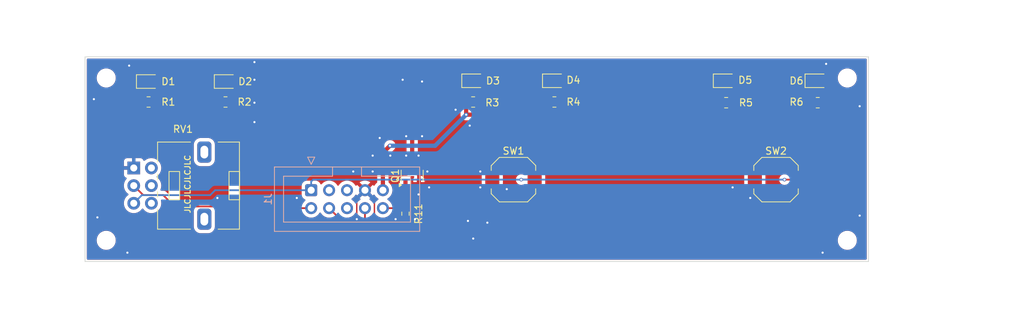
<source format=kicad_pcb>
(kicad_pcb (version 20221018) (generator pcbnew)

  (general
    (thickness 1.6)
  )

  (paper "A4")
  (layers
    (0 "F.Cu" signal)
    (31 "B.Cu" signal)
    (34 "B.Paste" user)
    (35 "F.Paste" user)
    (36 "B.SilkS" user "B.Silkscreen")
    (37 "F.SilkS" user "F.Silkscreen")
    (38 "B.Mask" user)
    (39 "F.Mask" user)
    (44 "Edge.Cuts" user)
    (45 "Margin" user)
    (46 "B.CrtYd" user "B.Courtyard")
    (47 "F.CrtYd" user "F.Courtyard")
    (48 "B.Fab" user)
    (49 "F.Fab" user)
  )

  (setup
    (stackup
      (layer "F.SilkS" (type "Top Silk Screen") (color "White"))
      (layer "F.Paste" (type "Top Solder Paste"))
      (layer "F.Mask" (type "Top Solder Mask") (color "Black") (thickness 0.01))
      (layer "F.Cu" (type "copper") (thickness 0.035))
      (layer "dielectric 1" (type "core") (thickness 1.51) (material "FR4") (epsilon_r 4.5) (loss_tangent 0.02))
      (layer "B.Cu" (type "copper") (thickness 0.035))
      (layer "B.Mask" (type "Bottom Solder Mask") (color "Black") (thickness 0.01))
      (layer "B.Paste" (type "Bottom Solder Paste"))
      (layer "B.SilkS" (type "Bottom Silk Screen") (color "White"))
      (copper_finish "None")
      (dielectric_constraints yes)
    )
    (pad_to_mask_clearance 0)
    (aux_axis_origin 78.5 131)
    (grid_origin 78.5 131)
    (pcbplotparams
      (layerselection 0x00010fc_ffffffff)
      (plot_on_all_layers_selection 0x0000000_00000000)
      (disableapertmacros false)
      (usegerberextensions false)
      (usegerberattributes true)
      (usegerberadvancedattributes true)
      (creategerberjobfile true)
      (dashed_line_dash_ratio 12.000000)
      (dashed_line_gap_ratio 3.000000)
      (svgprecision 4)
      (plotframeref false)
      (viasonmask false)
      (mode 1)
      (useauxorigin false)
      (hpglpennumber 1)
      (hpglpenspeed 20)
      (hpglpendiameter 15.000000)
      (dxfpolygonmode true)
      (dxfimperialunits true)
      (dxfusepcbnewfont true)
      (psnegative false)
      (psa4output false)
      (plotreference true)
      (plotvalue true)
      (plotinvisibletext false)
      (sketchpadsonfab false)
      (subtractmaskfromsilk false)
      (outputformat 1)
      (mirror false)
      (drillshape 1)
      (scaleselection 1)
      (outputdirectory "")
    )
  )

  (net 0 "")
  (net 1 "/LED_PWR")
  (net 2 "Net-(D1-A)")
  (net 3 "Net-(D2-A)")
  (net 4 "Net-(D3-A)")
  (net 5 "Net-(D4-A)")
  (net 6 "Net-(D5-A)")
  (net 7 "Net-(D6-A)")
  (net 8 "+3V3")
  (net 9 "/FLOOD")
  (net 10 "unconnected-(J1-Pin_3-Pad3)")
  (net 11 "/AIDS")
  (net 12 "unconnected-(J1-Pin_5-Pad5)")
  (net 13 "unconnected-(J1-Pin_6-Pad6)")
  (net 14 "GND")
  (net 15 "/DFDR")
  (net 16 "/PWM_1")
  (net 17 "VBUS")

  (footprint "MountingHole:MountingHole_2.2mm_M2" (layer "F.Cu") (at 198.5 119))

  (footprint "LED_SMD:LED_0805_2012Metric" (layer "F.Cu") (at 194.2 96.4))

  (footprint "Resistor_SMD:R_0805_2012Metric" (layer "F.Cu") (at 157 99.4))

  (footprint "MountingHole:MountingHole_2.2mm_M2" (layer "F.Cu") (at 93.5 119))

  (footprint "MountingHole:MountingHole_2.2mm_M2" (layer "F.Cu") (at 198.5 96))

  (footprint "Resistor_SMD:R_0603_1608Metric" (layer "F.Cu") (at 135.9 115.225 -90))

  (footprint "Resistor_SMD:R_0805_2012Metric" (layer "F.Cu") (at 181.3375 99.5))

  (footprint "Resistor_SMD:R_0805_2012Metric" (layer "F.Cu") (at 99.5 99.4))

  (footprint "LED_SMD:LED_0805_2012Metric" (layer "F.Cu") (at 181.2 96.4))

  (footprint "LED_SMD:LED_0805_2012Metric" (layer "F.Cu") (at 110.5 96.5))

  (footprint "NiasStuff:Potentiometer_Alps_RK09L_Double_Vertical" (layer "F.Cu") (at 97.4 108.75))

  (footprint "Resistor_SMD:R_0805_2012Metric" (layer "F.Cu") (at 145.4875 99.4))

  (footprint "LED_SMD:LED_0805_2012Metric" (layer "F.Cu") (at 99.4625 96.5))

  (footprint "LED_SMD:LED_0805_2012Metric" (layer "F.Cu") (at 145.5625 96.4))

  (footprint "MountingHole:MountingHole_2.2mm_M2" (layer "F.Cu") (at 93.5 96))

  (footprint "Button_Switch_SMD:SW_Push_1TS009xxxx-xxxx-xxxx_6x6x5mm" (layer "F.Cu") (at 188.4 110.4))

  (footprint "LED_SMD:LED_0805_2012Metric" (layer "F.Cu") (at 157 96.4))

  (footprint "Button_Switch_SMD:SW_Push_1TS009xxxx-xxxx-xxxx_6x6x5mm" (layer "F.Cu") (at 151.2 110.4))

  (footprint "Package_TO_SOT_SMD:SOT-23-3" (layer "F.Cu") (at 136.85 109.8625 90))

  (footprint "Resistor_SMD:R_0805_2012Metric" (layer "F.Cu") (at 110.4 99.4))

  (footprint "Resistor_SMD:R_0805_2012Metric" (layer "F.Cu") (at 194.3125 99.5))

  (footprint "Connector_IDC:IDC-Header_2x05_P2.54mm_Vertical" (layer "B.Cu") (at 122.54 111.9 -90))

  (gr_line (start 90.5 93) (end 90.5 122)
    (stroke (width 0.1) (type default)) (layer "Edge.Cuts") (tstamp 8c20599d-268f-4eef-b18c-16f8641977ed))
  (gr_line (start 201.5 122) (end 201.5 93)
    (stroke (width 0.1) (type default)) (layer "Edge.Cuts") (tstamp a0eb9a70-f409-4809-b363-9148eefd3e45))
  (gr_line (start 90.5 122) (end 201.5 122)
    (stroke (width 0.1) (type default)) (layer "Edge.Cuts") (tstamp d755d445-e1f6-4e7e-8d9d-bb12af1c37d9))
  (gr_line (start 201.5 93) (end 90.5 93)
    (stroke (width 0.1) (type default)) (layer "Edge.Cuts") (tstamp f3b1a2d9-2594-476f-9d17-53e20d150fd3))
  (gr_line (start 223.5 85) (end 78.5 85)
    (stroke (width 0.1) (type default)) (layer "F.Fab") (tstamp 18066a5d-9c4f-42fc-ba24-36e3b4839288))
  (gr_line (start 223.5 131) (end 223.5 85)
    (stroke (width 0.1) (type default)) (layer "F.Fab") (tstamp 1a1bd61f-ca4e-4a74-9d0b-877d992d7ee8))
  (gr_line (start 78.5 131) (end 223.5 131)
    (stroke (width 0.1) (type default)) (layer "F.Fab") (tstamp 5d171460-27f3-42af-b0f9-1db4c3a9e92d))
  (gr_line (start 78.5 85) (end 78.5 131)
    (stroke (width 0.1) (type default)) (layer "F.Fab") (tstamp c921d3df-0318-459f-95d8-7a0768e5aa9a))
  (gr_text "JLCJLCJLCJLC" (at 105.5 115.25 90) (layer "F.SilkS") (tstamp 6108bf1a-bfd4-467c-93e8-6c029ed88253)
    (effects (font (size 0.8 0.8) (thickness 0.15)) (justify left bottom))
  )

  (segment (start 136.9 95) (end 144.7 95) (width 0.6) (layer "F.Cu") (net 1) (tstamp 061d1a57-0c3d-42ae-b754-b951fe234589))
  (segment (start 180.2625 95.0375) (end 180.3 95) (width 0.6) (layer "F.Cu") (net 1) (tstamp 18d25bbf-5993-4b57-aef1-aeeb6537806d))
  (segment (start 98.525 95.575) (end 98.525 96.5) (width 0.6) (layer "F.Cu") (net 1) (tstamp 203af71a-2fe2-4a59-aac0-1fb5542eff58))
  (segment (start 136.85 108.725) (end 136.85 95.05) (width 0.6) (layer "F.Cu") (net 1) (tstamp 3252f293-0a96-406e-9f0e-177d2fd82d72))
  (segment (start 155.9 95) (end 180.3 95) (width 0.6) (layer "F.Cu") (net 1) (tstamp 34ccc654-8e11-40fb-a118-ea7dd34c4678))
  (segment (start 109.5625 95.1875) (end 109.7 95.05) (width 0.6) (layer "F.Cu") (net 1) (tstamp 39d68179-fbe1-456e-923c-2b81b83d542a))
  (segment (start 156.0625 96.4) (end 156.0625 95.1625) (width 0.6) (layer "F.Cu") (net 1) (tstamp 4cf8f666-1d74-4b67-a70d-c8bb73f5c1c2))
  (segment (start 180.3 95) (end 192.9 95) (width 0.6) (layer "F.Cu") (net 1) (tstamp 4ee05f95-9d65-44a4-87be-d290c88f7495))
  (segment (start 99.05 95.05) (end 98.525 95.575) (width 0.6) (layer "F.Cu") (net 1) (tstamp 629c8eaf-991d-4d0f-829c-7be58d7a0e2b))
  (segment (start 109.7 95.05) (end 99.05 95.05) (width 0.6) (layer "F.Cu") (net 1) (tstamp 866e7df4-1a88-4d78-9443-653ad542bd9d))
  (segment (start 136.85 95.05) (end 109.7 95.05) (width 0.6) (layer "F.Cu") (net 1) (tstamp 9257f555-f17e-4754-be2f-14fb5a2bef02))
  (segment (start 144.625 96.4) (end 144.625 95.075) (width 0.6) (layer "F.Cu") (net 1) (tstamp b191d92d-c2be-4442-9946-813a6d3e2c68))
  (segment (start 136.85 95.05) (end 136.9 95) (width 0.6) (layer "F.Cu") (net 1) (tstamp cdcb84c2-728e-4b34-9f55-115047aa996b))
  (segment (start 156.0625 95.1625) (end 155.9 95) (width 0.6) (layer "F.Cu") (net 1) (tstamp d4c335fb-bedd-46c9-a34b-1e290a651fb0))
  (segment (start 180.2625 96.4) (end 180.2625 95.0375) (width 0.6) (layer "F.Cu") (net 1) (tstamp e48b4fb9-e33b-40ad-bfc0-76c25cde1d92))
  (segment (start 144.7 95) (end 155.9 95) (width 0.6) (layer "F.Cu") (net 1) (tstamp e5246a1a-97f2-4914-bb55-26cd7d48244d))
  (segment (start 144.625 95.075) (end 144.7 95) (width 0.6) (layer "F.Cu") (net 1) (tstamp ee30ff67-9e60-4d56-81c4-081ce67323e9))
  (segment (start 109.5625 96.5) (end 109.5625 95.1875) (width 0.6) (layer "F.Cu") (net 1) (tstamp f84f415a-353b-4e0f-a29f-1140a2a2de24))
  (segment (start 192.9 95) (end 193.2625 95.3625) (width 0.6) (layer "F.Cu") (net 1) (tstamp fa51a5cc-eecd-4ca4-968c-a2b302916e3d))
  (segment (start 193.2625 95.3625) (end 193.2625 96.4) (width 0.6) (layer "F.Cu") (net 1) (tstamp fdd470cb-95b8-4aed-890e-932fe4f4b222))
  (segment (start 100.4125 99.4) (end 100.4125 96.5125) (width 0.6) (layer "F.Cu") (net 2) (tstamp 53ee982c-74b5-42a4-8ac5-4000871a56b8))
  (segment (start 100.4125 96.5125) (end 100.4 96.5) (width 0.6) (layer "F.Cu") (net 2) (tstamp b73e4b31-04be-4072-a02c-7f5a3a70cb5b))
  (segment (start 111.3125 96.625) (end 111.4375 96.5) (width 0.6) (layer "F.Cu") (net 3) (tstamp aa7c1b21-d5cf-454b-8b1c-b7e16553556a))
  (segment (start 111.3125 99.4) (end 111.3125 96.625) (width 0.6) (layer "F.Cu") (net 3) (tstamp ad994d88-f195-4a90-be56-475078d021ec))
  (segment (start 146.5 99.3) (end 146.4 99.4) (width 0.6) (layer "F.Cu") (net 4) (tstamp 8a015d0a-bfbc-4456-ae49-182dc3c8d654))
  (segment (start 146.5 96.4) (end 146.5 99.3) (width 0.6) (layer "F.Cu") (net 4) (tstamp af23bc1b-bfd5-4970-934a-ffb2c7a199a8))
  (segment (start 157.9375 99.375) (end 157.9125 99.4) (width 0.6) (layer "F.Cu") (net 5) (tstamp ae9521ae-b678-44e4-8749-cda5e11d23f5))
  (segment (start 157.9375 96.4) (end 157.9375 99.375) (width 0.6) (layer "F.Cu") (net 5) (tstamp bf3522ca-905f-4011-b1c0-2148d457baa5))
  (segment (start 182.1375 99.3875) (end 182.25 99.5) (width 0.6) (layer "F.Cu") (net 6) (tstamp 6b3e9ef2-73e8-4199-9bfb-ce9e7a5585c5))
  (segment (start 182.1375 96.4) (end 182.1375 99.3875) (width 0.6) (layer "F.Cu") (net 6) (tstamp f21e7336-f4f6-4be5-940c-6aa7a981965b))
  (segment (start 195.1375 99.4125) (end 195.225 99.5) (width 0.6) (layer "F.Cu") (net 7) (tstamp 60f775ec-5f24-41cd-851d-df50f86cbe8f))
  (segment (start 195.1375 96.4) (end 195.1375 99.4125) (width 0.6) (layer "F.Cu") (net 7) (tstamp 696acc13-09fc-45b8-a6a5-cfc43c340280))
  (segment (start 152.3 110.4) (end 154.2 110.4) (width 0.25) (layer "F.Cu") (net 8) (tstamp b49d8dac-c8d2-4f43-82a6-6ef69927aadb))
  (segment (start 189.6 110.4) (end 191.4 110.4) (width 0.25) (layer "F.Cu") (net 8) (tstamp bf836470-96a2-4540-9471-8f4be561872b))
  (via (at 189.6 110.4) (size 0.5) (drill 0.3) (layers "F.Cu" "B.Cu") (net 8) (tstamp 56f6e43b-f667-4823-9937-039fb7f3bc21))
  (via (at 152.3 110.4) (size 0.5) (drill 0.3) (layers "F.Cu" "B.Cu") (net 8) (tstamp f25bc904-4807-4786-ba01-c8fdfd55c67c))
  (segment (start 122.8 110.4) (end 122.54 110.66) (width 0.25) (layer "B.Cu") (net 8) (tstamp 06930c9f-3f12-4f95-bf35-ed564e9ed76c))
  (segment (start 122.54 111.9) (end 108.92924 111.9) (width 0.25) (layer "B.Cu") (net 8) (tstamp 0a77066e-57fb-49bd-b56c-36a1046f3aa4))
  (segment (start 108.92924 111.9) (end 108.23124 112.598) (width 0.25) (layer "B.Cu") (net 8) (tstamp 1c7cd648-acd6-4637-aec9-dfa454d59e57))
  (segment (start 98.552 112.598) (end 97.4 113.75) (width 0.25) (layer "B.Cu") (net 8) (tstamp 4bbb06b8-2971-47bb-92f0-4043f67a92d7))
  (segment (start 122.54 110.66) (end 122.54 111.9) (width 0.25) (layer "B.Cu") (net 8) (tstamp 9e3475c2-ee06-4bee-8a88-05a9e5e88f3a))
  (segment (start 152.3 110.4) (end 189.6 110.4) (width 0.25) (layer "B.Cu") (net 8) (tstamp ae630507-40ef-4621-bc5c-18af5142aefc))
  (segment (start 108.23124 112.598) (end 98.552 112.598) (width 0.25) (layer "B.Cu") (net 8) (tstamp b5aff775-4210-4ded-abc2-0b20b32b6513))
  (segment (start 152.3 110.4) (end 122.8 110.4) (width 0.25) (layer "B.Cu") (net 8) (tstamp b9fe63b3-129b-4603-9513-60bc99a58528))
  (segment (start 98.748 112.598) (end 101.571222 112.598) (width 0.25) (layer "F.Cu") (net 9) (tstamp 0928e52e-0bc8-442e-9f04-3ed8576ceedf))
  (segment (start 118.44 114.44) (end 122.54 114.44) (width 0.25) (layer "F.Cu") (net 9) (tstamp 4168ac65-a65c-495d-a217-c137b423f949))
  (segment (start 101.571222 112.598) (end 103.173222 114.2) (width 0.25) (layer "F.Cu") (net 9) (tstamp 5d63acc1-7b14-489a-8a43-07d087e91112))
  (segment (start 118.2 114.2) (end 118.44 114.44) (width 0.25) (layer "F.Cu") (net 9) (tstamp 60cdc3e2-0d66-4792-9809-1084668a677f))
  (segment (start 97.4 111.25) (end 98.748 112.598) (width 0.25) (layer "F.Cu") (net 9) (tstamp e7c15fe4-9f55-4659-b187-0bbed49bd7dd))
  (segment (start 103.173222 114.2) (end 118.2 114.2) (width 0.25) (layer "F.Cu") (net 9) (tstamp eff3f3a9-eed8-42f6-badb-f26800338680))
  (segment (start 148.2 114.4) (end 145.4 117.2) (width 0.25) (layer "F.Cu") (net 11) (tstamp 0e319dfb-1f80-4134-a0ad-ce002c9b25e2))
  (segment (start 130.16 116.46) (end 130.16 114.44) (width 0.25) (layer "F.Cu") (net 11) (tstamp 4bf14c63-854b-4e6c-ab61-b2c598ada57b))
  (segment (start 130.9 117.2) (end 130.16 116.46) (width 0.25) (layer "F.Cu") (net 11) (tstamp 55821277-0bd8-4c19-8aa2-5922382db0a0))
  (segment (start 145.4 117.2) (end 130.9 117.2) (width 0.25) (layer "F.Cu") (net 11) (tstamp 8b3d3850-b896-4722-8c26-5d8b1daf40ff))
  (segment (start 148.2 110.4) (end 148.2 114.4) (width 0.25) (layer "F.Cu") (net 11) (tstamp db84d2c5-985e-4763-b66e-221b70f86780))
  (segment (start 129 113.06) (end 129 116) (width 0.2) (layer "F.Cu") (net 14) (tstamp 337ca004-bef3-4589-8885-44ac80bb5901))
  (segment (start 130.16 111.9) (end 129 113.06) (width 0.2) (layer "F.Cu") (net 14) (tstamp 487e99c7-14a2-472d-a94d-17d4b3f1418d))
  (segment (start 131.5 113.24) (end 131.5 115.5) (width 0.2) (layer "F.Cu") (net 14) (tstamp 60a5d30d-c0ca-4465-b63c-43698e737a8c))
  (segment (start 130.16 111.9) (end 131.5 113.24) (width 0.2) (layer "F.Cu") (net 14) (tstamp f0eeae80-5b67-4219-a68b-4ed5c213bafe))
  (via (at 114.5 102.25) (size 0.5) (drill 0.3) (layers "F.Cu" "B.Cu") (free) (net 14) (tstamp 057873be-9bd9-4c11-b762-369565e6bedd))
  (via (at 131.25 109.25) (size 0.5) (drill 0.3) (layers "F.Cu" "B.Cu") (free) (net 14) (tstamp 095a9de3-2592-44ef-8a76-c73cbbfd9f28))
  (via (at 139 109.25) (size 0.5) (drill 0.3) (layers "F.Cu" "B.Cu") (free) (net 14) (tstamp 0e71cf49-33db-4b7d-aa8a-a264f6caef6c))
  (via (at 143 100.5) (size 0.5) (drill 0.3) (layers "F.Cu" "B.Cu") (free) (net 14) (tstamp 10bd0bb4-99e7-4d79-94ce-e3cb56e62228))
  (via (at 96.75 94.25) (size 0.5) (drill 0.3) (layers "F.Cu" "B.Cu") (free) (net 14) (tstamp 1b558322-5140-4900-926a-cce641b94b1b))
  (via (at 133.75 107) (size 0.5) (drill 0.3) (layers "F.Cu" "B.Cu") (free) (net 14) (tstamp 1b93e646-1ee5-4918-bd4c-286ef781b85d))
  (via (at 136 104.25) (size 0.5) (drill 0.3) (layers "F.Cu" "B.Cu") (free) (net 14) (tstamp 2eaa9913-fbf7-4826-bcb6-1a00b739888f))
  (via (at 145.5 118.75) (size 0.5) (drill 0.3) (layers "F.Cu" "B.Cu") (free) (net 14) (tstamp 3086af59-78cb-4a5a-8e7f-8c28207c06d5))
  (via (at 138.25 96.5) (size 0.5) (drill 0.3) (layers "F.Cu" "B.Cu") (free) (net 14) (tstamp 340d8d96-3a2c-4790-971c-fd265e52177a))
  (via (at 182.25 111.5) (size 0.5) (drill 0.3) (layers "F.Cu" "B.Cu") (free) (net 14) (tstamp 3496c081-c0c8-44d4-a7c1-73d7d0a6c2fc))
  (via (at 91.75 99) (size 0.5) (drill 0.3) (layers "F.Cu" "B.Cu") (free) (net 14) (tstamp 3c3c57dc-6f81-4b2e-93fd-660b47d2ef99))
  (via (at 137.75 112.5) (size 0.5) (drill 0.3) (layers "F.Cu" "B.Cu") (free) (net 14) (tstamp 40a64b21-efe3-47b4-a467-2a195704b28d))
  (via (at 128.5 109.25) (size 0.5) (drill 0.3) (layers "F.Cu" "B.Cu") (free) (net 14) (tstamp 44e080af-d2e7-4064-804f-c5e6284a62d6))
  (via (at 132.25 104.5) (size 0.5) (drill 0.3) (layers "F.Cu" "B.Cu") (free) (net 14) (tstamp 45d86a79-4793-4ce9-a1f7-c6deceb6783c))
  (via (at 146.5 111.5) (size 0.5) (drill 0.3) (layers "F.Cu" "B.Cu") (free) (net 14) (tstamp 4864409e-81fc-4f96-b042-e75856c34ccb))
  (via (at 150.25 111.75) (size 0.5) (drill 0.3) (layers "F.Cu" "B.Cu") (free) (net 14) (tstamp 5d068744-cf87-4079-912b-0cab865f50b3))
  (via (at 136 107) (size 0.5) (drill 0.3) (layers "F.Cu" "B.Cu") (free) (net 14) (tstamp 62492948-2cce-4e31-a026-75071dd8dc83))
  (via (at 131.25 107) (size 0.5) (drill 0.3) (layers "F.Cu" "B.Cu") (free) (net 14) (tstamp 68db1a07-c182-41ac-aa28-ce9a5cda013c))
  (via (at 145 102.75) (size 0.5) (drill 0.3) (layers "F.Cu" "B.Cu") (free) (net 14) (tstamp 693a9845-b232-4de2-9cb0-05fe978e5bfa))
  (via (at 120.5 113) (size 0.5) (drill 0.3) (layers "F.Cu" "B.Cu") (free) (net 14) (tstamp 6ca85807-8eb2-42f3-80e3-42f6234fe19b))
  (via (at 114.5 93.75) (size 0.5) (drill 0.3) (layers "F.Cu" "B.Cu") (free) (net 14) (tstamp 83f46607-4485-46ed-be94-ccca6600ea82))
  (via (at 144.75 116.25) (size 0.5) (drill 0.3) (layers "F.Cu" "B.Cu") (free) (net 14) (tstamp 8f20437c-4dd4-47ad-973e-6e7a0905c013))
  (via (at 135.5 96.25) (size 0.5) (drill 0.3) (layers "F.Cu" "B.Cu") (free) (net 14) (tstamp 98adcf06-44f8-428d-8320-fc52069b3b57))
  (via (at 109.25 113) (size 0.5) (drill 0.3) (layers "F.Cu" "B.Cu") (free) (net 14) (tstamp 9c3a62a8-af71-46d2-9288-daf63e7ee447))
  (via (at 114.5 96.25) (size 0.5) (drill 0.3) (layers "F.Cu" "B.Cu") (free) (net 14) (tstamp b16f0194-c05d-4d10-a4ea-9322c646786c))
  (via (at 200.25 100) (size 0.5) (drill 0.3) (layers "F.Cu" "B.Cu") (free) (net 14) (tstamp b274993d-fc6f-49bf-9864-981ab5089dff))
  (via (at 195 120.75) (size 0.5) (drill 0.3) (layers "F.Cu" "B.Cu") (free) (net 14) (tstamp bdabd9a2-13a8-461b-9ef3-cc96115008e8))
  (via (at 96.5 120.75) (size 0.5) (drill 0.3) (layers "F.Cu" "B.Cu") (free) (net 14) (tstamp c73715a2-e531-4b0d-b1d7-6c00b67ec4b0))
  (via (at 147.5 116.5) (size 0.5) (drill 0.3) (layers "F.Cu" "B.Cu") (free) (net 14) (tstamp ce72027a-99c5-47a4-939c-1ad852d4d0dc))
  (via (at 137.75 107) (size 0.5) (drill 0.3) (layers "F.Cu" "B.Cu") (free) (net 14) (tstamp d7c348a2-f763-42eb-b938-5c3867cb13f3))
  (via (at 137.25 116) (size 0.5) (drill 0.3) (layers "F.Cu" "B.Cu") (free) (net 14) (tstamp d8c4bc23-17b9-4cd7-8ac2-d7784af418b6))
  (via (at 92.25 115.75) (size 0.5) (drill 0.3) (layers "F.Cu" "B.Cu") (free) (net 14) (tstamp dc7e8339-22b4-442d-9874-fa1e24f5b028))
  (via (at 129 116) (size 0.5) (drill 0.3) (layers "F.Cu" "B.Cu") (net 14) (tstamp dcf43c83-4b77-4b9c-af33-8d91bd72be58))
  (via (at 134.5 116) (size 0.5) (drill 0.3) (layers "F.Cu" "B.Cu") (free) (net 14) (tstamp e36d2cd0-923a-40be-92e2-409de561f187))
  (via (at 139.25 111.5) (size 0.5) (drill 0.3) (layers "F.Cu" "B.Cu") (free) (net 14) (tstamp e6d8289d-01f2-42b3-9f6e-394737426df9))
  (via (at 195.5 94) (size 0.5) (drill 0.3) (layers "F.Cu" "B.Cu") (free) (net 14) (tstamp e701bf59-6a06-41b4-bd7a-4ed08cf7cab7))
  (via (at 200.25 115.5) (size 0.5) (drill 0.3) (layers "F.Cu" "B.Cu") (free) (net 14) (tstamp ee1be954-5501-4870-a2e2-a634e316f895))
  (via (at 184.75 113) (size 0.5) (drill 0.3) (layers "F.Cu" "B.Cu") (free) (net 14) (tstamp f34b8a40-029e-40fd-a0e4-e8cc84348111))
  (via (at 138.25 104.25) (size 0.5) (drill 0.3) (layers "F.Cu" "B.Cu") (free) (net 14) (tstamp fae6f495-5ddc-4bfc-9a10-5852f655dc2d))
  (via (at 146.5 109.25) (size 0.5) (drill 0.3) (layers "F.Cu" "B.Cu") (free) (net 14) (tstamp fb5b8b6f-0a1c-4fa5-88e7-b52f1f7b71c2))
  (via (at 114.5 99.5) (size 0.5) (drill 0.3) (layers "F.Cu" "B.Cu") (free) (net 14) (tstamp ff714d58-7cd8-4337-bcf4-62a256102137))
  (segment (start 128.34 117.7) (end 125.08 114.44) (width 0.25) (layer "F.Cu") (net 15) (tstamp 1d769b7a-1ba1-4e70-b286-7aa5d0ec34c8))
  (segment (start 185.4 110.4) (end 178.1 117.7) (width 0.25) (layer "F.Cu") (net 15) (tstamp 30031104-57b4-489a-90f9-70a95a8edf0a))
  (segment (start 178.1 117.7) (end 128.34 117.7) (width 0.25) (layer "F.Cu") (net 15) (tstamp a7b25b47-307a-4c3b-9521-53128810f4a3))
  (segment (start 135.86 114.44) (end 135.9 114.4) (width 0.25) (layer "F.Cu") (net 16) (tstamp 2039e185-fe28-46ad-81e6-7d5fa9be507a))
  (segment (start 135.9 114.4) (end 135.9 111) (width 0.25) (layer "F.Cu") (net 16) (tstamp 2699f4bc-7b28-4b3c-92c4-530707007f2c))
  (segment (start 132.7 114.44) (end 135.86 114.44) (width 0.25) (layer "F.Cu") (net 16) (tstamp 3a710909-295d-4298-89b1-c52d29e0bd86))
  (segment (start 180.425 101.075) (end 180.425 99.5) (width 0.6) (layer "F.Cu") (net 17) (tstamp 0a93ad4a-5049-48c6-b2d9-f99e2c16acf7))
  (segment (start 98.5875 100.2875) (end 99.3 101) (width 0.6) (layer "F.Cu") (net 17) (tstamp 1b2dd9c5-21a1-44b8-ae5c-d9577b484665))
  (segment (start 144.5 99.475) (end 144.575 99.4) (width 0.6) (layer "F.Cu") (net 17) (tstamp 1cbc3173-39ee-4ec0-a17e-e38be96c2ad3))
  (segment (start 180.3 101.2) (end 180.425 101.075) (width 0.6) (layer "F.Cu") (net 17) (tstamp 2aa57860-baa9-4046-ae76-63480de1a6bf))
  (segment (start 109.4875 99.4) (end 109.4875 100.7875) (width 0.6) (layer "F.Cu") (net 17) (tstamp 2cfa1199-3b7f-4f9b-acff-aa934dc3e4ea))
  (segment (start 109.4875 100.7875) (end 109.7 101) (width 0.6) (layer "F.Cu") (net 17) (tstamp 56e3310e-bdb0-4de8-8aad-a267bd26f8af))
  (segment (start 127.1 101) (end 132.7 106.6) (width 0.6) (layer "F.Cu") (net 17) (tstamp 68a5bba1-136d-48a4-8b15-9e23e1f9a5ec))
  (segment (start 193.1 101.2) (end 193.4 100.9) (width 0.6) (layer "F.Cu") (net 17) (tstamp 71e56b8f-93e2-4408-a58f-eb006dc488ee))
  (segment (start 193.4 100.9) (end 193.4 99.5) (width 0.6) (layer "F.Cu") (net 17) (tstamp 7f9b77da-3eb0-4a5c-ac4d-1672e45dab8c))
  (segment (start 156.0875 101.1875) (end 156.1 101.2) (width 0.6) (layer "F.Cu") (net 17) (tstamp 8939bd07-4bae-421c-9f34-2cf6ea959bac))
  (segment (start 144.5 101.2) (end 156.1 101.2) (width 0.6) (layer "F.Cu") (net 17) (tstamp 90857337-af5d-42f4-9486-2385ed24cdf0))
  (segment (start 144.5 101.2) (end 144.5 99.475) (width 0.6) (layer "F.Cu") (net 17) (tstamp a0b6ab00-71ac-436a-98bf-0a5b59b59ccc))
  (segment (start 156.0875 99.4) (end 156.0875 101.1875) (width 0.6) (layer "F.Cu") (net 17) (tstamp a6c11fb5-836f-4286-b741-d0c94b4f2056))
  (segment (start 132.7 106.6) (end 132.7 111.9) (width 0.6) (layer "F.Cu") (net 17) (tstamp ac379698-5bc5-4910-9f51-3d46914b9315))
  (segment (start 99.3 101) (end 109.7 101) (width 0.6) (layer "F.Cu") (net 17) (tstamp ba1864f2-dba5-40d6-bdcb-e7a62a967cef))
  (segment (start 180.3 101.2) (end 193.1 101.2) (width 0.6) (layer "F.Cu") (net 17) (tstamp be6c0f33-3181-4493-b3fa-b5e856f56bf8))
  (segment (start 156.1 101.2) (end 180.3 101.2) (width 0.6) (layer "F.Cu") (net 17) (tstamp c8c9adfc-8042-43da-8245-65adab674d6a))
  (segment (start 109.7 101) (end 127.1 101) (width 0.6) (layer "F.Cu") (net 17) (tstamp da72ef68-d448-4492-a74d-c88fb06a74b9))
  (segment (start 132.7 106.6) (end 133.7 105.6) (width 0.6) (layer "F.Cu") (net 17) (tstamp ec7e25b8-88e0-4ead-a797-061881b371a8))
  (segment (start 98.5875 99.4) (end 98.5875 100.2875) (width 0.6) (layer "F.Cu") (net 17) (tstamp f5ad62f5-3419-4624-a118-a320ed66e6d4))
  (via (at 144.5 101.2) (size 0.5) (drill 0.3) (layers "F.Cu" "B.Cu") (net 17) (tstamp 81af2f2b-d106-4928-a1a7-1e6ba6921141))
  (via (at 133.7 105.6) (size 0.5) (drill 0.3) (layers "F.Cu" "B.Cu") (net 17) (tstamp 9743e7ae-1280-4a69-ab50-86748e9ef72a))
  (segment (start 140.1 105.6) (end 144.5 101.2) (width 0.6) (layer "B.Cu") (net 17) (tstamp 71c8565c-7f31-41be-adbb-e8fcab7feffb))
  (segment (start 133.7 105.6) (end 140.1 105.6) (width 0.6) (layer "B.Cu") (net 17) (tstamp aab95e33-63c6-4b4c-8566-f82fd841aaa4))

  (zone (net 14) (net_name "GND") (layers "F&B.Cu") (tstamp 892129cd-7586-4157-863d-94e645944b5e) (hatch edge 0.5)
    (connect_pads (clearance 0.5))
    (min_thickness 0.25) (filled_areas_thickness no)
    (fill yes (thermal_gap 0.5) (thermal_bridge_width 0.5))
    (polygon
      (pts
        (xy 90.5 122)
        (xy 201.5 122)
        (xy 201.5 93)
        (xy 90.5 93)
      )
    )
    (filled_polygon
      (layer "F.Cu")
      (pts
        (xy 128.974855 115.106546)
        (xy 128.991575 115.125842)
        (xy 129.10938 115.294086)
        (xy 129.121505 115.311401)
        (xy 129.288599 115.478495)
        (xy 129.481624 115.613653)
        (xy 129.525248 115.668228)
        (xy 129.5345 115.715226)
        (xy 129.5345 116.377255)
        (xy 129.532775 116.392872)
        (xy 129.533061 116.392899)
        (xy 129.532326 116.400665)
        (xy 129.534439 116.467872)
        (xy 129.5345 116.471767)
        (xy 129.5345 116.499357)
        (xy 129.535003 116.503335)
        (xy 129.535918 116.514967)
        (xy 129.53729 116.558624)
        (xy 129.537291 116.558627)
        (xy 129.54288 116.577867)
        (xy 129.546824 116.596911)
        (xy 129.549336 116.616792)
        (xy 129.565414 116.657403)
        (xy 129.569197 116.668452)
        (xy 129.581381 116.710388)
        (xy 129.59158 116.727634)
        (xy 129.600138 116.745103)
        (xy 129.607514 116.763732)
        (xy 129.633181 116.79906)
        (xy 129.639593 116.808821)
        (xy 129.661828 116.846417)
        (xy 129.661833 116.846424)
        (xy 129.67599 116.86058)
        (xy 129.688635 116.875386)
        (xy 129.69026 116.877623)
        (xy 129.713734 116.943431)
        (xy 129.697904 117.011484)
        (xy 129.647794 117.060174)
        (xy 129.589936 117.0745)
        (xy 128.650453 117.0745)
        (xy 128.583414 117.054815)
        (xy 128.562772 117.038181)
        (xy 127.531931 116.00734)
        (xy 127.498446 115.946017)
        (xy 127.50343 115.876325)
        (xy 127.545302 115.820392)
        (xy 127.610766 115.795975)
        (xy 127.619612 115.795659)
        (xy 127.620001 115.795659)
        (xy 127.659234 115.792226)
        (xy 127.855408 115.775063)
        (xy 128.083663 115.713903)
        (xy 128.29783 115.614035)
        (xy 128.491401 115.478495)
        (xy 128.658495 115.311401)
        (xy 128.772891 115.148026)
        (xy 128.788425 115.125842)
        (xy 128.843002 115.082217)
        (xy 128.9125 115.075023)
      )
    )
    (filled_polygon
      (layer "F.Cu")
      (pts
        (xy 135.992539 95.870185)
        (xy 136.038294 95.922989)
        (xy 136.0495 95.9745)
        (xy 136.0495 109.303201)
        (xy 136.052401 109.340067)
        (xy 136.052402 109.340073)
        (xy 136.098254 109.497893)
        (xy 136.098255 109.497896)
        (xy 136.18589 109.64608)
        (xy 136.184071 109.647155)
        (xy 136.205619 109.702032)
        (xy 136.191941 109.77055)
        (xy 136.143391 109.820796)
        (xy 136.082105 109.837)
        (xy 135.684298 109.837)
        (xy 135.647432 109.839901)
        (xy 135.647426 109.839902)
        (xy 135.489606 109.885754)
        (xy 135.489603 109.885755)
        (xy 135.348137 109.969417)
        (xy 135.348129 109.969423)
        (xy 135.231923 110.085629)
        (xy 135.231917 110.085637)
        (xy 135.148255 110.227103)
        (xy 135.148254 110.227106)
        (xy 135.102402 110.384926)
        (xy 135.102401 110.384932)
        (xy 135.0995 110.421798)
        (xy 135.0995 111.578201)
        (xy 135.102401 111.615067)
        (xy 135.102402 111.615073)
        (xy 135.148254 111.772893)
        (xy 135.148255 111.772896)
        (xy 135.2253 111.903174)
        (xy 135.231919 111.914365)
        (xy 135.238179 111.920625)
        (xy 135.271665 111.981945)
        (xy 135.2745 112.008308)
        (xy 135.2745 113.523397)
        (xy 135.254815 113.590436)
        (xy 135.214652 113.629513)
        (xy 135.189813 113.644529)
        (xy 135.189811 113.64453)
        (xy 135.069531 113.76481)
        (xy 135.067843 113.766966)
        (xy 135.066204 113.768137)
        (xy 135.064224 113.770118)
        (xy 135.063894 113.769788)
        (xy 135.011007 113.807603)
        (xy 134.970227 113.8145)
        (xy 133.975227 113.8145)
        (xy 133.908188 113.794815)
        (xy 133.873652 113.761623)
        (xy 133.738494 113.568597)
        (xy 133.571402 113.401506)
        (xy 133.571396 113.401501)
        (xy 133.385842 113.271575)
        (xy 133.342217 113.216998)
        (xy 133.335023 113.1475)
        (xy 133.366546 113.085145)
        (xy 133.385842 113.068425)
        (xy 133.528325 112.968657)
        (xy 133.571401 112.938495)
        (xy 133.738495 112.771401)
        (xy 133.874035 112.57783)
        (xy 133.973903 112.363663)
        (xy 134.035063 112.135408)
        (xy 134.055659 111.9)
        (xy 134.035063 111.664592)
        (xy 133.973903 111.436337)
        (xy 133.874035 111.222171)
        (xy 133.868731 111.214595)
        (xy 133.738494 111.028597)
        (xy 133.571404 110.861508)
        (xy 133.571402 110.861506)
        (xy 133.571401 110.861505)
        (xy 133.553374 110.848882)
        (xy 133.509751 110.794306)
        (xy 133.5005 110.747309)
        (xy 133.5005 106.98294)
        (xy 133.520185 106.915901)
        (xy 133.536819 106.895259)
        (xy 134.297827 106.134251)
        (xy 134.382092 106.028586)
        (xy 134.46036 105.866061)
        (xy 134.5005 105.690194)
        (xy 134.5005 105.509805)
        (xy 134.500499 105.509803)
        (xy 134.500499 105.509798)
        (xy 134.460362 105.333947)
        (xy 134.460361 105.333945)
        (xy 134.46036 105.333939)
        (xy 134.454892 105.322584)
        (xy 134.382094 105.171416)
        (xy 134.346637 105.126954)
        (xy 134.269621 105.030379)
        (xy 134.128587 104.917908)
        (xy 134.128586 104.917907)
        (xy 134.128583 104.917905)
        (xy 133.966067 104.839642)
        (xy 133.966052 104.839637)
        (xy 133.790201 104.7995)
        (xy 133.790195 104.7995)
        (xy 133.609806 104.7995)
        (xy 133.609799 104.7995)
        (xy 133.433938 104.839639)
        (xy 133.271417 104.917905)
        (xy 133.165749 105.002172)
        (xy 132.787681 105.380241)
        (xy 132.726358 105.413726)
        (xy 132.656666 105.408742)
        (xy 132.612319 105.380241)
        (xy 127.602262 100.370184)
        (xy 127.602259 100.370182)
        (xy 127.569849 100.349817)
        (xy 127.55851 100.341771)
        (xy 127.528589 100.31791)
        (xy 127.494093 100.301296)
        (xy 127.481927 100.294572)
        (xy 127.449524 100.274212)
        (xy 127.449525 100.274212)
        (xy 127.442652 100.271807)
        (xy 127.413393 100.261568)
        (xy 127.400554 100.25625)
        (xy 127.366061 100.239639)
        (xy 127.328735 100.231119)
        (xy 127.31538 100.227271)
        (xy 127.27926 100.214633)
        (xy 127.279256 100.214632)
        (xy 127.279255 100.214632)
        (xy 127.261139 100.21259)
        (xy 127.241217 100.210345)
        (xy 127.227518 100.208017)
        (xy 127.1902 100.199501)
        (xy 127.190196 100.1995)
        (xy 127.190194 100.1995)
        (xy 127.190191 100.1995)
        (xy 112.421538 100.1995)
        (xy 112.354499 100.179815)
        (xy 112.308744 100.127011)
        (xy 112.2988 100.057853)
        (xy 112.303832 100.036496)
        (xy 112.314999 100.002797)
        (xy 112.3255 99.900009)
        (xy 112.325499 98.899992)
        (xy 112.314999 98.797203)
        (xy 112.259814 98.630666)
        (xy 112.167712 98.481344)
        (xy 112.149319 98.462951)
        (xy 112.115834 98.401628)
        (xy 112.113 98.37527)
        (xy 112.113 97.628391)
        (xy 112.132685 97.561352)
        (xy 112.149319 97.54071)
        (xy 112.208804 97.481225)
        (xy 112.269026 97.421003)
        (xy 112.360362 97.272925)
        (xy 112.415087 97.107775)
        (xy 112.4255 97.005848)
        (xy 112.4255 95.994152)
        (xy 112.42478 95.987102)
        (xy 112.437549 95.918409)
        (xy 112.48543 95.867525)
        (xy 112.548138 95.8505)
        (xy 135.9255 95.8505)
      )
    )
    (filled_polygon
      (layer "F.Cu")
      (pts
        (xy 129.700507 112.109844)
        (xy 129.778239 112.230798)
        (xy 129.8869 112.324952)
        (xy 130.017685 112.38468)
        (xy 130.027466 112.386086)
        (xy 129.398625 113.014925)
        (xy 129.474594 113.068119)
        (xy 129.518219 113.122696)
        (xy 129.525413 113.192194)
        (xy 129.49389 113.254549)
        (xy 129.474595 113.271269)
        (xy 129.288594 113.401508)
        (xy 129.121505 113.568597)
        (xy 128.991575 113.754158)
        (xy 128.936998 113.797783)
        (xy 128.8675 113.804977)
        (xy 128.805145 113.773454)
        (xy 128.788425 113.754158)
        (xy 128.658494 113.568597)
        (xy 128.491402 113.401506)
        (xy 128.491396 113.401501)
        (xy 128.305842 113.271575)
        (xy 128.262217 113.216998)
        (xy 128.255023 113.1475)
        (xy 128.286546 113.085145)
        (xy 128.305842 113.068425)
        (xy 128.448325 112.968657)
        (xy 128.491401 112.938495)
        (xy 128.658495 112.771401)
        (xy 128.788732 112.585403)
        (xy 128.843307 112.54178)
        (xy 128.912805 112.534586)
        (xy 128.97516 112.566109)
        (xy 128.99188 112.585405)
        (xy 129.045073 112.661373)
        (xy 129.676923 112.029523)
      )
    )
    (filled_polygon
      (layer "F.Cu")
      (pts
        (xy 131.274925 112.661373)
        (xy 131.328119 112.585405)
        (xy 131.382696 112.541781)
        (xy 131.452195 112.534588)
        (xy 131.514549 112.56611)
        (xy 131.531269 112.585405)
        (xy 131.661505 112.771401)
        (xy 131.661506 112.771402)
        (xy 131.828597 112.938493)
        (xy 131.828603 112.938498)
        (xy 132.014158 113.068425)
        (xy 132.057783 113.123002)
        (xy 132.064977 113.1925)
        (xy 132.033454 113.254855)
        (xy 132.014158 113.271575)
        (xy 131.828597 113.401505)
        (xy 131.661505 113.568597)
        (xy 131.531575 113.754158)
        (xy 131.476998 113.797783)
        (xy 131.4075 113.804977)
        (xy 131.345145 113.773454)
        (xy 131.328425 113.754158)
        (xy 131.198494 113.568597)
        (xy 131.031402 113.401506)
        (xy 131.031401 113.401505)
        (xy 130.845405 113.271269)
        (xy 130.801781 113.216692)
        (xy 130.794588 113.147193)
        (xy 130.82611 113.084839)
        (xy 130.845405 113.068119)
        (xy 130.921373 113.014925)
        (xy 130.292533 112.386086)
        (xy 130.302315 112.38468)
        (xy 130.4331 112.324952)
        (xy 130.541761 112.230798)
        (xy 130.619493 112.109844)
        (xy 130.643076 112.029524)
      )
    )
    (filled_polygon
      (layer "F.Cu")
      (pts
        (xy 201.188539 93.274185)
        (xy 201.234294 93.326989)
        (xy 201.2455 93.3785)
        (xy 201.2455 121.6215)
        (xy 201.225815 121.688539)
        (xy 201.173011 121.734294)
        (xy 201.1215 121.7455)
        (xy 90.8785 121.7455)
        (xy 90.811461 121.725815)
        (xy 90.765706 121.673011)
        (xy 90.7545 121.6215)
        (xy 90.7545 118.942306)
        (xy 92.141828 118.942306)
        (xy 92.151613 119.172662)
        (xy 92.151614 119.17267)
        (xy 92.20019 119.398062)
        (xy 92.20019 119.398063)
        (xy 92.286157 119.612002)
        (xy 92.407048 119.808342)
        (xy 92.55938 119.981425)
        (xy 92.559384 119.981429)
        (xy 92.738765 120.126269)
        (xy 92.738766 120.12627)
        (xy 92.738769 120.126271)
        (xy 92.738772 120.126274)
        (xy 92.940063 120.238721)
        (xy 93.157462 120.315533)
        (xy 93.284272 120.337277)
        (xy 93.384706 120.354499)
        (xy 93.384715 120.3545)
        (xy 93.557534 120.3545)
        (xy 93.557535 120.3545)
        (xy 93.557536 120.354499)
        (xy 93.557553 120.354499)
        (xy 93.729734 120.339844)
        (xy 93.729737 120.339843)
        (xy 93.729739 120.339843)
        (xy 93.952869 120.281745)
        (xy 94.081229 120.223722)
        (xy 94.162965 120.186776)
        (xy 94.162967 120.186775)
        (xy 94.162967 120.186774)
        (xy 94.162971 120.186773)
        (xy 94.354 120.057659)
        (xy 94.520462 119.898119)
        (xy 94.657566 119.712742)
        (xy 94.76137 119.50686)
        (xy 94.828886 119.286397)
        (xy 94.858172 119.057694)
        (xy 94.85327 118.942306)
        (xy 197.141828 118.942306)
        (xy 197.151613 119.172662)
        (xy 197.151614 119.17267)
        (xy 197.20019 119.398062)
        (xy 197.20019 119.398063)
        (xy 197.286157 119.612002)
        (xy 197.407048 119.808342)
        (xy 197.55938 119.981425)
        (xy 197.559384 119.981429)
        (xy 197.738765 120.126269)
        (xy 197.738766 120.12627)
        (xy 197.738769 120.126271)
        (xy 197.738772 120.126274)
        (xy 197.940063 120.238721)
        (xy 198.157462 120.315533)
        (xy 198.284272 120.337277)
        (xy 198.384706 120.354499)
        (xy 198.384715 120.3545)
        (xy 198.557534 120.3545)
        (xy 198.557535 120.3545)
        (xy 198.557536 120.354499)
        (xy 198.557553 120.354499)
        (xy 198.729734 120.339844)
        (xy 198.729737 120.339843)
        (xy 198.729739 120.339843)
        (xy 198.952869 120.281745)
        (xy 199.081229 120.223722)
        (xy 199.162965 120.186776)
        (xy 199.162967 120.186775)
        (xy 199.162967 120.186774)
        (xy 199.162971 120.186773)
        (xy 199.354 120.057659)
        (xy 199.520462 119.898119)
        (xy 199.657566 119.712742)
        (xy 199.76137 119.50686)
        (xy 199.828886 119.286397)
        (xy 199.858172 119.057694)
        (xy 199.848386 118.827332)
        (xy 199.79981 118.601938)
        (xy 199.713841 118.387994)
        (xy 199.592951 118.191657)
        (xy 199.44062 118.018575)
        (xy 199.440619 118.018574)
        (xy 199.440615 118.01857)
        (xy 199.261234 117.87373)
        (xy 199.261233 117.873729)
        (xy 199.059938 117.761279)
        (xy 198.842541 117.684468)
        (xy 198.84254 117.684467)
        (xy 198.842538 117.684467)
        (xy 198.842534 117.684466)
        (xy 198.842533 117.684466)
        (xy 198.615293 117.6455)
        (xy 198.615285 117.6455)
        (xy 198.442465 117.6455)
        (xy 198.442446 117.6455)
        (xy 198.270265 117.660155)
        (xy 198.047131 117.718254)
        (xy 197.837034 117.813223)
        (xy 197.837032 117.813224)
        (xy 197.693757 117.910062)
        (xy 197.658476 117.933909)
        (xy 197.645999 117.942342)
        (xy 197.47954 118.101878)
        (xy 197.342434 118.287257)
        (xy 197.23863 118.493138)
        (xy 197.171113 118.713606)
        (xy 197.141828 118.942306)
        (xy 94.85327 118.942306)
        (xy 94.848386 118.827332)
        (xy 94.79981 118.601938)
        (xy 94.713841 118.387994)
        (xy 94.592951 118.191657)
        (xy 94.44062 118.018575)
        (xy 94.440619 118.018574)
        (xy 94.440615 118.01857)
        (xy 94.261234 117.87373)
        (xy 94.261233 117.873729)
        (xy 94.059938 117.761279)
        (xy 93.842541 117.684468)
        (xy 93.84254 117.684467)
        (xy 93.842538 117.684467)
        (xy 93.842534 117.684466)
        (xy 93.842533 117.684466)
        (xy 93.615293 117.6455)
        (xy 93.615285 117.6455)
        (xy 93.442465 117.6455)
        (xy 93.442446 117.6455)
        (xy 93.270265 117.660155)
        (xy 93.047131 117.718254)
        (xy 92.837034 117.813223)
        (xy 92.837032 117.813224)
        (xy 92.693757 117.910062)
        (xy 92.658476 117.933909)
        (xy 92.645999 117.942342)
        (xy 92.47954 118.101878)
        (xy 92.342434 118.287257)
        (xy 92.23863 118.493138)
        (xy 92.171113 118.713606)
        (xy 92.141828 118.942306)
        (xy 90.7545 118.942306)
        (xy 90.7545 113.750006)
        (xy 95.9947 113.750006)
        (xy 96.013864 113.981297)
        (xy 96.013866 113.981308)
        (xy 96.070842 114.2063)
        (xy 96.164075 114.418848)
        (xy 96.291016 114.613147)
        (xy 96.291019 114.613151)
        (xy 96.291021 114.613153)
        (xy 96.448216 114.783913)
        (xy 96.448219 114.783915)
        (xy 96.448222 114.783918)
        (xy 96.631365 114.926464)
        (xy 96.631371 114.926468)
        (xy 96.631374 114.92647)
        (xy 96.776771 115.005155)
        (xy 96.815647 115.026194)
        (xy 96.835497 115.036936)
        (xy 96.918698 115.065499)
        (xy 97.055015 115.112297)
        (xy 97.055017 115.112297)
        (xy 97.055019 115.112298)
        (xy 97.283951 115.1505)
        (xy 97.283952 115.1505)
        (xy 97.516048 115.1505)
        (xy 97.516049 115.1505)
        (xy 97.744981 115.112298)
        (xy 97.964503 115.036936)
        (xy 98.168626 114.92647)
        (xy 98.17673 114.920163)
        (xy 98.273061 114.845185)
        (xy 98.351784 114.783913)
        (xy 98.508979 114.613153)
        (xy 98.509274 114.612702)
        (xy 98.546191 114.556196)
        (xy 98.599337 114.510839)
        (xy 98.668569 114.501415)
        (xy 98.731904 114.530917)
        (xy 98.753809 114.556196)
        (xy 98.791016 114.613147)
        (xy 98.791019 114.613151)
        (xy 98.791021 114.613153)
        (xy 98.948216 114.783913)
        (xy 98.948219 114.783915)
        (xy 98.948222 114.783918)
        (xy 99.131365 114.926464)
        (xy 99.131371 114.926468)
        (xy 99.131374 114.92647)
        (xy 99.276771 115.005155)
        (xy 99.315647 115.026194)
        (xy 99.335497 115.036936)
        (xy 99.418698 115.065499)
        (xy 99.555015 115.112297)
        (xy 99.555017 115.112297)
        (xy 99.555019 115.112298)
        (xy 99.783951 115.1505)
        (xy 99.783952 115.1505)
        (xy 100.016048 115.1505)
        (xy 100.016049 115.1505)
        (xy 100.244981 115.112298)
        (xy 100.464503 115.036936)
        (xy 100.668626 114.92647)
        (xy 100.67673 114.920163)
        (xy 100.773061 114.845185)
        (xy 100.851784 114.783913)
        (xy 101.008979 114.613153)
        (xy 101.015456 114.60324)
        (xy 101.046191 114.556196)
        (xy 101.135924 114.418849)
        (xy 101.229157 114.2063)
        (xy 101.286134 113.981305)
        (xy 101.286135 113.981297)
        (xy 101.3053 113.750006)
        (xy 101.3053 113.749993)
        (xy 101.286135 113.518708)
        (xy 101.286134 113.518695)
        (xy 101.28613 113.518681)
        (xy 101.285511 113.514967)
        (xy 101.293889 113.445601)
        (xy 101.338439 113.391777)
        (xy 101.405016 113.370582)
        (xy 101.472483 113.388746)
        (xy 101.4955 113.406869)
        (xy 102.672419 114.583788)
        (xy 102.682244 114.596051)
        (xy 102.682465 114.595869)
        (xy 102.687433 114.601874)
        (xy 102.687435 114.601876)
        (xy 102.687436 114.601877)
        (xy 102.736444 114.647899)
        (xy 102.739243 114.650612)
        (xy 102.758744 114.670114)
        (xy 102.758748 114.670117)
        (xy 102.758751 114.67012)
        (xy 102.761924 114.672581)
        (xy 102.770796 114.680159)
        (xy 102.80264 114.710062)
        (xy 102.820198 114.719714)
        (xy 102.836457 114.730395)
        (xy 102.852286 114.742673)
        (xy 102.892377 114.760021)
        (xy 102.902848 114.765151)
        (xy 102.912727 114.770582)
        (xy 102.941124 114.786194)
        (xy 102.941126 114.786195)
        (xy 102.94113 114.786197)
        (xy 102.960538 114.79118)
        (xy 102.978941 114.797481)
        (xy 102.997323 114.805436)
        (xy 102.997324 114.805436)
        (xy 102.997326 114.805437)
        (xy 103.040472 114.81227)
        (xy 103.051894 114.814636)
        (xy 103.094203 114.8255)
        (xy 103.114238 114.8255)
        (xy 103.133636 114.827026)
        (xy 103.153416 114.830159)
        (xy 103.153417 114.83016)
        (xy 103.153417 114.830159)
        (xy 103.153418 114.83016)
        (xy 103.196897 114.82605)
        (xy 103.208566 114.8255)
        (xy 105.7755 114.8255)
        (xy 105.842539 114.845185)
        (xy 105.888294 114.897989)
        (xy 105.8995 114.9495)
        (xy 105.8995 117.058028)
        (xy 105.899501 117.058034)
        (xy 105.910113 117.177415)
        (xy 105.966089 117.373045)
        (xy 105.96609 117.373048)
        (xy 105.966091 117.373049)
        (xy 106.060302 117.553407)
        (xy 106.060304 117.553409)
        (xy 106.18889 117.711109)
        (xy 106.282803 117.787684)
        (xy 106.346593 117.839698)
        (xy 106.526951 117.933909)
        (xy 106.722582 117.989886)
        (xy 106.841963 118.0005)
        (xy 107.958036 118.000499)
        (xy 108.077418 117.989886)
        (xy 108.273049 117.933909)
        (xy 108.453407 117.839698)
        (xy 108.611109 117.711109)
        (xy 108.739698 117.553407)
        (xy 108.833909 117.373049)
        (xy 108.889886 117.177418)
        (xy 108.9005 117.058037)
        (xy 108.900499 114.949499)
        (xy 108.920184 114.882461)
        (xy 108.972987 114.836706)
        (xy 109.024499 114.8255)
        (xy 117.887679 114.8255)
        (xy 117.954718 114.845185)
        (xy 117.972563 114.859108)
        (xy 118.003223 114.8879)
        (xy 118.006022 114.890613)
        (xy 118.025522 114.910114)
        (xy 118.025526 114.910117)
        (xy 118.025529 114.91012)
        (xy 118.028702 114.912581)
        (xy 118.037574 114.920159)
        (xy 118.069418 114.950062)
        (xy 118.086976 114.959714)
        (xy 118.103235 114.970395)
        (xy 118.119064 114.982673)
        (xy 118.159155 115.000021)
        (xy 118.169626 115.005151)
        (xy 118.19218 115.01755)
        (xy 118.207902 115.026194)
        (xy 118.207904 115.026195)
        (xy 118.207908 115.026197)
        (xy 118.227316 115.03118)
        (xy 118.245719 115.037481)
        (xy 118.264101 115.045436)
        (xy 118.264102 115.045436)
        (xy 118.264104 115.045437)
        (xy 118.30725 115.05227)
        (xy 118.318672 115.054636)
        (xy 118.360981 115.0655)
        (xy 118.381016 115.0655)
        (xy 118.400414 115.067026)
        (xy 118.420194 115.070159)
        (xy 118.420195 115.07016)
        (xy 118.420195 115.070159)
        (xy 118.420196 115.07016)
        (xy 118.463675 115.06605)
        (xy 118.475344 115.0655)
        (xy 121.264773 115.0655)
        (xy 121.331812 115.085185)
        (xy 121.366348 115.118377)
        (xy 121.48938 115.294086)
        (xy 121.501505 115.311401)
        (xy 121.668599 115.478495)
        (xy 121.765384 115.546265)
        (xy 121.862165 115.614032)
        (xy 121.862167 115.614033)
        (xy 121.86217 115.614035)
        (xy 122.076337 115.713903)
        (xy 122.076343 115.713904)
        (xy 122.076344 115.713905)
        (xy 122.109903 115.722897)
        (xy 122.304592 115.775063)
        (xy 122.492918 115.791539)
        (xy 122.539999 115.795659)
        (xy 122.54 115.795659)
        (xy 122.540001 115.795659)
        (xy 122.579234 115.792226)
        (xy 122.775408 115.775063)
        (xy 123.003663 115.713903)
        (xy 123.21783 115.614035)
        (xy 123.411401 115.478495)
        (xy 123.578495 115.311401)
        (xy 123.692891 115.148026)
        (xy 123.708425 115.125842)
        (xy 123.763002 115.082217)
        (xy 123.8325 115.075023)
        (xy 123.894855 115.106546)
        (xy 123.911575 115.125842)
        (xy 124.02938 115.294086)
        (xy 124.041505 115.311401)
        (xy 124.208599 115.478495)
        (xy 124.305384 115.546265)
        (xy 124.402165 115.614032)
        (xy 124.402167 115.614033)
        (xy 124.40217 115.614035)
        (xy 124.616337 115.713903)
        (xy 124.616343 115.713904)
        (xy 124.616344 115.713905)
        (xy 124.649903 115.722897)
        (xy 124.844592 115.775063)
        (xy 125.032918 115.791539)
        (xy 125.079999 115.795659)
        (xy 125.08 115.795659)
        (xy 125.080001 115.795659)
        (xy 125.119234 115.792226)
        (xy 125.315408 115.775063)
        (xy 125.415873 115.748143)
        (xy 125.485722 115.749806)
        (xy 125.535646 115.780236)
        (xy 126.688262 116.932853)
        (xy 127.839197 118.083788)
        (xy 127.849022 118.096051)
        (xy 127.849243 118.095869)
        (xy 127.854211 118.101874)
        (xy 127.903222 118.147899)
        (xy 127.906021 118.150612)
        (xy 127.925522 118.170114)
        (xy 127.925526 118.170117)
        (xy 127.925529 118.17012)
        (xy 127.928702 118.172581)
        (xy 127.937574 118.180159)
        (xy 127.969418 118.210062)
        (xy 127.986976 118.219714)
        (xy 128.003235 118.230395)
        (xy 128.019064 118.242673)
        (xy 128.059155 118.260021)
        (xy 128.069626 118.265151)
        (xy 128.09218 118.27755)
        (xy 128.107902 118.286194)
        (xy 128.107904 118.286195)
        (xy 128.107908 118.286197)
        (xy 128.127316 118.29118)
        (xy 128.145719 118.297481)
        (xy 128.164101 118.305436)
        (xy 128.164102 118.305436)
        (xy 128.164104 118.305437)
        (xy 128.20725 118.31227)
        (xy 128.218672 118.314636)
        (xy 128.260981 118.3255)
        (xy 128.281016 118.3255)
        (xy 128.300414 118.327026)
        (xy 128.320194 118.330159)
        (xy 128.320195 118.33016)
        (xy 128.320195 118.330159)
        (xy 128.320196 118.33016)
        (xy 128.363675 118.32605)
        (xy 128.375344 118.3255)
        (xy 178.017257 118.3255)
        (xy 178.032877 118.327224)
        (xy 178.032904 118.326939)
        (xy 178.04066 118.327671)
        (xy 178.040667 118.327673)
        (xy 178.107873 118.325561)
        (xy 178.111768 118.3255)
        (xy 178.139346 118.3255)
        (xy 178.13935 118.3255)
        (xy 178.143324 118.324997)
        (xy 178.154963 118.32408)
        (xy 178.198627 118.322709)
        (xy 178.217869 118.317117)
        (xy 178.236912 118.313174)
        (xy 178.256792 118.310664)
        (xy 178.297401 118.294585)
        (xy 178.308444 118.290803)
        (xy 178.35039 118.278618)
        (xy 178.367629 118.268422)
        (xy 178.385103 118.259862)
        (xy 178.403727 118.252488)
        (xy 178.403727 118.252487)
        (xy 178.403732 118.252486)
        (xy 178.439083 118.2268)
        (xy 178.448814 118.220408)
        (xy 178.48642 118.19817)
        (xy 178.500589 118.183999)
        (xy 178.515379 118.171368)
        (xy 178.531587 118.159594)
        (xy 178.559438 118.125926)
        (xy 178.567279 118.117309)
        (xy 184.747932 111.936657)
        (xy 184.809253 111.903174)
        (xy 184.839213 111.900623)
        (xy 184.839213 111.9005)
        (xy 184.840667 111.900499)
        (xy 184.841114 111.900462)
        (xy 184.841935 111.900497)
        (xy 184.841963 111.9005)
        (xy 185.958036 111.900499)
        (xy 186.077418 111.889886)
        (xy 186.273049 111.833909)
        (xy 186.453407 111.739698)
        (xy 186.611109 111.611109)
        (xy 186.739698 111.453407)
        (xy 186.833909 111.273049)
        (xy 186.889886 111.077418)
        (xy 186.9005 110.958037)
        (xy 186.9005 110.400002)
        (xy 188.844751 110.400002)
        (xy 188.863685 110.568056)
        (xy 188.919545 110.727694)
        (xy 188.919547 110.727697)
        (xy 189.009518 110.870884)
        (xy 189.009523 110.87089)
        (xy 189.129109 110.990476)
        (xy 189.129115 110.990481)
        (xy 189.272302 111.080452)
        (xy 189.272305 111.080454)
        (xy 189.272309 111.080455)
        (xy 189.27231 111.080456)
        (xy 189.320622 111.097361)
        (xy 189.431943 111.136314)
        (xy 189.599997 111.155249)
        (xy 189.6 111.155249)
        (xy 189.600003 111.155249)
        (xy 189.768052 111.136314)
        (xy 189.768052 111.136313)
        (xy 189.768059 111.136313)
        (xy 189.788481 111.129166)
        (xy 189.858255 111.125604)
        (xy 189.918883 111.160331)
        (xy 189.94865 111.212096)
        (xy 189.961847 111.258219)
        (xy 189.966091 111.273049)
        (xy 190.060302 111.453407)
        (xy 190.060304 111.453409)
        (xy 190.18889 111.611109)
        (xy 190.282803 111.687684)
        (xy 190.346593 111.739698)
        (xy 190.526951 111.833909)
        (xy 190.722582 111.889886)
        (xy 190.841963 111.9005)
        (xy 191.958036 111.900499)
        (xy 192.077418 111.889886)
        (xy 192.273049 111.833909)
        (xy 192.453407 111.739698)
        (xy 192.611109 111.611109)
        (xy 192.739698 111.453407)
        (xy 192.833909 111.273049)
        (xy 192.889886 111.077418)
        (xy 192.9005 110.958037)
        (xy 192.900499 109.841964)
        (xy 192.889886 109.722582)
        (xy 192.845012 109.565756)
        (xy 192.83391 109.526954)
        (xy 192.833909 109.526953)
        (xy 192.833909 109.526951)
        (xy 192.739698 109.346593)
        (xy 192.648445 109.23468)
        (xy 192.611109 109.18889)
        (xy 192.453409 109.060304)
        (xy 192.45341 109.060304)
        (xy 192.453407 109.060302)
        (xy 192.273049 108.966091)
        (xy 192.273048 108.96609)
        (xy 192.273045 108.966089)
        (xy 192.155829 108.93255)
        (xy 192.077418 108.910114)
        (xy 192.077415 108.910113)
        (xy 192.077413 108.910113)
        (xy 192.011102 108.904217)
        (xy 191.958037 108.8995)
        (xy 191.958032 108.8995)
        (xy 190.841971 108.8995)
        (xy 190.841965 108.8995)
        (xy 190.841964 108.899501)
        (xy 190.830316 108.900536)
        (xy 190.722584 108.910113)
        (xy 190.526954 108.966089)
        (xy 190.483488 108.988794)
        (xy 190.346593 109.060302)
        (xy 190.346591 109.060303)
        (xy 190.34659 109.060304)
        (xy 190.18889 109.18889)
        (xy 190.060304 109.34659)
        (xy 189.966088 109.526956)
        (xy 189.948649 109.587904)
        (xy 189.911282 109.646941)
        (xy 189.847928 109.676404)
        (xy 189.788481 109.670833)
        (xy 189.768059 109.663687)
        (xy 189.768058 109.663686)
        (xy 189.768053 109.663685)
        (xy 189.600003 109.644751)
        (xy 189.599997 109.644751)
        (xy 189.431943 109.663685)
        (xy 189.272305 109.719545)
        (xy 189.272302 109.719547)
        (xy 189.129115 109.809518)
        (xy 189.129109 109.809523)
        (xy 189.009523 109.929109)
        (xy 189.009518 109.929115)
        (xy 188.919547 110.072302)
        (xy 188.919545 110.072305)
        (xy 188.863685 110.231943)
        (xy 188.844751 110.399997)
        (xy 188.844751 110.400002)
        (xy 186.9005 110.400002)
        (xy 186.900499 109.841964)
        (xy 186.889886 109.722582)
        (xy 186.845012 109.565756)
        (xy 186.83391 109.526954)
        (xy 186.833909 109.526953)
        (xy 186.833909 109.526951)
        (xy 186.739698 109.346593)
        (xy 186.648445 109.23468)
        (xy 186.611109 109.18889)
        (xy 186.453409 109.060304)
        (xy 186.45341 109.060304)
        (xy 186.453407 109.060302)
        (xy 186.273049 108.966091)
        (xy 186.273048 108.96609)
        (xy 186.273045 108.966089)
        (xy 186.155829 108.93255)
        (xy 186.077418 108.910114)
        (xy 186.077415 108.910113)
        (xy 186.077413 108.910113)
        (xy 186.011102 108.904217)
        (xy 185.958037 108.8995)
        (xy 185.958032 108.8995)
        (xy 184.841971 108.8995)
        (xy 184.841965 108.8995)
        (xy 184.841964 108.899501)
        (xy 184.830316 108.900536)
        (xy 184.722584 108.910113)
        (xy 184.526954 108.966089)
        (xy 184.483488 108.988794)
        (xy 184.346593 109.060302)
        (xy 184.346591 109.060303)
        (xy 184.34659 109.060304)
        (xy 184.18889 109.18889)
        (xy 184.060304 109.34659)
        (xy 183.966089 109.526954)
        (xy 183.926966 109.663686)
        (xy 183.910983 109.719547)
        (xy 183.910114 109.722583)
        (xy 183.910113 109.722586)
        (xy 183.90702 109.757379)
        (xy 183.899657 109.840203)
        (xy 183.8995 109.841966)
        (xy 183.8995 110.958055)
        (xy 183.899539 110.958916)
        (xy 183.8995 110.95907)
        (xy 183.899501 110.960785)
        (xy 183.899079 110.960785)
        (xy 183.882831 111.026759)
        (xy 183.863341 111.052067)
        (xy 177.877228 117.038181)
        (xy 177.815905 117.071666)
        (xy 177.789547 117.0745)
        (xy 146.709452 117.0745)
        (xy 146.642413 117.054815)
        (xy 146.596658 117.002011)
        (xy 146.586714 116.932853)
        (xy 146.615739 116.869297)
        (xy 146.621771 116.862819)
        (xy 147.538573 115.946017)
        (xy 148.583788 114.900801)
        (xy 148.596042 114.890986)
        (xy 148.595859 114.890764)
        (xy 148.601868 114.885791)
        (xy 148.601877 114.885786)
        (xy 148.647966 114.836706)
        (xy 148.650566 114.834023)
        (xy 148.67012 114.814471)
        (xy 148.672576 114.811303)
        (xy 148.680156 114.802427)
        (xy 148.710062 114.770582)
        (xy 148.719715 114.75302)
        (xy 148.730389 114.73677)
        (xy 148.742673 114.720936)
        (xy 148.760019 114.68085)
        (xy 148.765157 114.670362)
        (xy 148.765294 114.670114)
        (xy 148.786197 114.632092)
        (xy 148.791177 114.612691)
        (xy 148.797478 114.594288)
        (xy 148.805438 114.575896)
        (xy 148.812272 114.532741)
        (xy 148.814635 114.521331)
        (xy 148.8255 114.479019)
        (xy 148.8255 114.458983)
        (xy 148.827027 114.439582)
        (xy 148.83016 114.419804)
        (xy 148.82605 114.376324)
        (xy 148.8255 114.364655)
        (xy 148.8255 111.998236)
        (xy 148.845185 111.931197)
        (xy 148.897989 111.885442)
        (xy 148.915375 111.879025)
        (xy 149.073049 111.833909)
        (xy 149.253407 111.739698)
        (xy 149.411109 111.611109)
        (xy 149.539698 111.453407)
        (xy 149.633909 111.273049)
        (xy 149.689886 111.077418)
        (xy 149.7005 110.958037)
        (xy 149.7005 110.400002)
        (xy 151.544751 110.400002)
        (xy 151.563685 110.568056)
        (xy 151.619545 110.727694)
        (xy 151.619547 110.727697)
        (xy 151.709518 110.870884)
        (xy 151.709523 110.87089)
        (xy 151.829109 110.990476)
        (xy 151.829115 110.990481)
        (xy 151.972302 111.080452)
        (xy 151.972305 111.080454)
        (xy 151.972309 111.080455)
        (xy 151.97231 111.080456)
        (xy 152.020622 111.097361)
        (xy 152.131943 111.136314)
        (xy 152.299997 111.155249)
        (xy 152.3 111.155249)
        (xy 152.300003 111.155249)
        (xy 152.468059 111.136313)
        (xy 152.46806 111.136313)
        (xy 152.579378 111.097361)
        (xy 152.649156 111.093798)
        (xy 152.709784 111.128527)
        (xy 152.739549 111.18029)
        (xy 152.761848 111.25822)
        (xy 152.766091 111.273049)
        (xy 152.860302 111.453407)
        (xy 152.860304 111.453409)
        (xy 152.98889 111.611109)
        (xy 153.082803 111.687684)
        (xy 153.146593 111.739698)
        (xy 153.326951 111.833909)
        (xy 153.522582 111.889886)
        (xy 153.641963 111.9005)
        (xy 154.758036 111.900499)
        (xy 154.877418 111.889886)
        (xy 155.073049 111.833909)
        (xy 155.253407 111.739698)
        (xy 155.411109 111.611109)
        (xy 155.539698 111.453407)
        (xy 155.633909 111.273049)
        (xy 155.689886 111.077418)
        (xy 155.7005 110.958037)
        (xy 155.700499 109.841964)
        (xy 155.689886 109.722582)
        (xy 155.645012 109.565756)
        (xy 155.63391 109.526954)
        (xy 155.633909 109.526953)
        (xy 155.633909 109.526951)
        (xy 155.539698 109.346593)
        (xy 155.448445 109.23468)
        (xy 155.411109 109.18889)
        (xy 155.253409 109.060304)
        (xy 155.25341 109.060304)
        (xy 155.253407 109.060302)
        (xy 155.073049 108.966091)
        (xy 155.073048 108.96609)
        (xy 155.073045 108.966089)
        (xy 154.955829 108.93255)
        (xy 154.877418 108.910114)
        (xy 154.877415 108.910113)
        (xy 154.877413 108.910113)
        (xy 154.811102 108.904217)
        (xy 154.758037 108.8995)
        (xy 154.758032 108.8995)
        (xy 153.641971 108.8995)
        (xy 153.641965 108.8995)
        (xy 153.641964 108.899501)
        (xy 153.630316 108.900536)
        (xy 153.522584 108.910113)
        (xy 153.326954 108.966089)
        (xy 153.283488 108.988794)
        (xy 153.146593 109.060302)
        (xy 153.146591 109.060303)
        (xy 153.14659 109.060304)
        (xy 152.98889 109.18889)
        (xy 152.860304 109.34659)
        (xy 152.766088 109.526956)
        (xy 152.739548 109.61971)
        (xy 152.702181 109.678747)
        (xy 152.638827 109.70821)
        (xy 152.579379 109.702639)
        (xy 152.468057 109.663686)
        (xy 152.300003 109.644751)
        (xy 152.299997 109.644751)
        (xy 152.131943 109.663685)
        (xy 151.972305 109.719545)
        (xy 151.972302 109.719547)
        (xy 151.829115 109.809518)
        (xy 151.829109 109.809523)
        (xy 151.709523 109.929109)
        (xy 151.709518 109.929115)
        (xy 151.619547 110.072302)
        (xy 151.619545 110.072305)
        (xy 151.563685 110.231943)
        (xy 151.544751 110.399997)
        (xy 151.544751 110.400002)
        (xy 149.7005 110.400002)
        (xy 149.700499 109.841964)
        (xy 149.689886 109.722582)
        (xy 149.645012 109.565756)
        (xy 149.63391 109.526954)
        (xy 149.633909 109.526953)
        (xy 149.633909 109.526951)
        (xy 149.539698 109.346593)
        (xy 149.448445 109.23468)
        (xy 149.411109 109.18889)
        (xy 149.253409 109.060304)
        (xy 149.25341 109.060304)
        (xy 149.253407 109.060302)
        (xy 149.073049 108.966091)
        (xy 149.073048 108.96609)
        (xy 149.073045 108.966089)
        (xy 148.955829 108.93255)
        (xy 148.877418 108.910114)
        (xy 148.877415 108.910113)
        (xy 148.877413 108.910113)
        (xy 148.811102 108.904217)
        (xy 148.758037 108.8995)
        (xy 148.758032 108.8995)
        (xy 147.641971 108.8995)
        (xy 147.641965 108.8995)
        (xy 147.641964 108.899501)
        (xy 147.630316 108.900536)
        (xy 147.522584 108.910113)
        (xy 147.326954 108.966089)
        (xy 147.283488 108.988794)
        (xy 147.146593 109.060302)
        (xy 147.146591 109.060303)
        (xy 147.14659 109.060304)
        (xy 146.98889 109.18889)
        (xy 146.860304 109.34659)
        (xy 146.766089 109.526954)
        (xy 146.726966 109.663686)
        (xy 146.710983 109.719547)
        (xy 146.710114 109.722583)
        (xy 146.710113 109.722586)
        (xy 146.70702 109.757379)
        (xy 146.699657 109.840203)
        (xy 146.6995 109.841966)
        (xy 146.6995 110.958028)
        (xy 146.6995 110.958033)
        (xy 146.699501 110.958036)
        (xy 146.701513 110.980663)
        (xy 146.710113 111.077415)
        (xy 146.766089 111.273045)
        (xy 146.76609 111.273046)
        (xy 146.766091 111.273049)
        (xy 146.860302 111.453407)
        (xy 146.860304 111.453409)
        (xy 146.98889 111.611109)
        (xy 147.082803 111.687684)
        (xy 147.146593 111.739698)
        (xy 147.326951 111.833909)
        (xy 147.484614 111.879022)
        (xy 147.543649 111.916387)
        (xy 147.573113 111.97974)
        (xy 147.5745 111.998236)
        (xy 147.5745 114.089547)
        (xy 147.554815 114.156586)
        (xy 147.538181 114.177228)
        (xy 145.177228 116.538181)
        (xy 145.115905 116.571666)
        (xy 145.089547 116.5745)
        (xy 136.975601 116.5745)
        (xy 136.908562 116.554815)
        (xy 136.862807 116.502011)
        (xy 136.852863 116.432853)
        (xy 136.857215 116.413611)
        (xy 136.86859 116.377103)
        (xy 136.875 116.306572)
        (xy 136.875 116.3)
        (xy 134.925001 116.3)
        (xy 134.925001 116.306582)
        (xy 134.931408 116.377102)
        (xy 134.931408 116.377104)
        (xy 134.942784 116.413608)
        (xy 134.943936 116.483468)
        (xy 134.907136 116.542861)
        (xy 134.844068 116.57293)
        (xy 134.824399 116.5745)
        (xy 131.210452 116.5745)
        (xy 131.143413 116.554815)
        (xy 131.122771 116.538181)
        (xy 130.821819 116.237228)
        (xy 130.788334 116.175905)
        (xy 130.7855 116.149547)
        (xy 130.7855 115.715226)
        (xy 130.805185 115.648187)
        (xy 130.838374 115.613654)
        (xy 131.031401 115.478495)
        (xy 131.198495 115.311401)
        (xy 131.312891 115.148026)
        (xy 131.328425 115.125842)
        (xy 131.383002 115.082217)
        (xy 131.4525 115.075023)
        (xy 131.514855 115.106546)
        (xy 131.531575 115.125842)
        (xy 131.64938 115.294086)
        (xy 131.661505 115.311401)
        (xy 131.828599 115.478495)
        (xy 131.925384 115.546265)
        (xy 132.022165 115.614032)
        (xy 132.022167 115.614033)
        (xy 132.02217 115.614035)
        (xy 132.236337 115.713903)
        (xy 132.236343 115.713904)
        (xy 132.236344 115.713905)
        (xy 132.269903 115.722897)
        (xy 132.464592 115.775063)
        (xy 132.652918 115.791539)
        (xy 132.699999 115.795659)
        (xy 132.7 115.795659)
        (xy 132.700001 115.795659)
        (xy 132.739234 115.792226)
        (xy 132.935408 115.775063)
        (xy 133.163663 115.713903)
        (xy 133.37783 115.614035)
        (xy 133.571401 115.478495)
        (xy 133.738495 115.311401)
        (xy 133.873652 115.118377)
        (xy 133.928229 115.074752)
        (xy 133.975227 115.0655)
        (xy 135.048481 115.0655)
        (xy 135.11552 115.085185)
        (xy 135.136162 115.101819)
        (xy 135.172015 115.137672)
        (xy 135.2055 115.198995)
        (xy 135.200516 115.268687)
        (xy 135.172016 115.313034)
        (xy 135.069926 115.415124)
        (xy 134.98198 115.560604)
        (xy 134.931409 115.722893)
        (xy 134.925 115.793427)
        (xy 134.925 115.8)
        (xy 136.874999 115.8)
        (xy 136.874999 115.793417)
        (xy 136.868591 115.722897)
        (xy 136.86859 115.722892)
        (xy 136.818018 115.560603)
        (xy 136.730072 115.415122)
        (xy 136.627984 115.313034)
        (xy 136.594499 115.251711)
        (xy 136.599483 115.182019)
        (xy 136.627983 115.137673)
        (xy 136.730472 115.035185)
        (xy 136.818478 114.889606)
        (xy 136.869086 114.727196)
        (xy 136.8755 114.656616)
        (xy 136.8755 114.143384)
        (xy 136.869086 114.072804)
        (xy 136.818478 113.910394)
        (xy 136.730472 113.764815)
        (xy 136.73047 113.764813)
        (xy 136.730469 113.764811)
        (xy 136.610188 113.64453)
        (xy 136.610186 113.644529)
        (xy 136.610185 113.644528)
        (xy 136.585348 113.629513)
        (xy 136.538162 113.577984)
        (xy 136.5255 113.523397)
        (xy 136.5255 112.008308)
        (xy 136.545185 111.941269)
        (xy 136.561817 111.920628)
        (xy 136.568081 111.914365)
        (xy 136.651744 111.772898)
        (xy 136.697598 111.615069)
        (xy 136.7005 111.578194)
        (xy 136.7005 111.25)
        (xy 137 111.25)
        (xy 137 111.578149)
        (xy 137.002899 111.614989)
        (xy 137.0029 111.614995)
        (xy 137.048716 111.772693)
        (xy 137.048717 111.772696)
        (xy 137.132314 111.914052)
        (xy 137.132321 111.914061)
        (xy 137.248438 112.030178)
        (xy 137.248447 112.030185)
        (xy 137.389801 112.113781)
        (xy 137.547514 112.1596)
        (xy 137.547511 112.1596)
        (xy 137.549998 112.159795)
        (xy 137.55 112.159795)
        (xy 137.55 111.25)
        (xy 138.05 111.25)
        (xy 138.05 112.159795)
        (xy 138.050001 112.159795)
        (xy 138.052486 112.1596)
        (xy 138.210198 112.113781)
        (xy 138.351552 112.030185)
        (xy 138.351561 112.030178)
        (xy 138.467678 111.914061)
        (xy 138.467685 111.914052)
        (xy 138.551282 111.772696)
        (xy 138.551283 111.772693)
        (xy 138.597099 111.614995)
        (xy 138.5971 111.614989)
        (xy 138.599999 111.578149)
        (xy 138.6 111.578134)
        (xy 138.6 111.25)
        (xy 138.05 111.25)
        (xy 137.55 111.25)
        (xy 137 111.25)
        (xy 136.7005 111.25)
        (xy 136.7005 110.421806)
        (xy 136.697598 110.384931)
        (xy 136.676777 110.313267)
        (xy 136.651745 110.227106)
        (xy 136.651744 110.227103)
        (xy 136.651744 110.227102)
        (xy 136.568081 110.085635)
        (xy 136.56411 110.07892)
        (xy 136.565928 110.077844)
        (xy 136.544381 110.022968)
        (xy 136.558059 109.95445)
        (xy 136.606609 109.904204)
        (xy 136.667895 109.888)
        (xy 137.032742 109.888)
        (xy 137.099781 109.907685)
        (xy 137.145536 109.960489)
        (xy 137.15548 110.029647)
        (xy 137.134814 110.078357)
        (xy 137.136288 110.079229)
        (xy 137.048717 110.227303)
        (xy 137.048716 110.227306)
        (xy 137.0029 110.385004)
        (xy 137.002899 110.38501)
        (xy 137 110.42185)
        (xy 137 110.75)
        (xy 137.55 110.75)
        (xy 137.55 109.840203)
        (xy 138.05 109.840203)
        (xy 138.05 110.75)
        (xy 138.6 110.75)
        (xy 138.6 110.421865)
        (xy 138.599999 110.42185)
        (xy 138.5971 110.38501)
        (xy 138.597099 110.385004)
        (xy 138.551283 110.227306)
        (xy 138.551282 110.227303)
        (xy 138.467685 110.085947)
        (xy 138.467678 110.085938)
        (xy 138.351561 109.969821)
        (xy 138.351552 109.969814)
        (xy 138.210196 109.886217)
        (xy 138.210193 109.886216)
        (xy 138.052494 109.8404)
        (xy 138.052497 109.8404)
        (xy 138.05 109.840203)
        (xy 137.55 109.840203)
        (xy 137.55 109.840202)
        (xy 137.523765 109.815961)
        (xy 137.487887 109.756007)
        (xy 137.490118 109.686173)
        (xy 137.514533 109.646488)
        (xy 137.513298 109.645531)
        (xy 137.518075 109.63937)
        (xy 137.518081 109.639365)
        (xy 137.601744 109.497898)
        (xy 137.645703 109.346593)
        (xy 137.647597 109.340073)
        (xy 137.647598 109.340067)
        (xy 137.650499 109.303201)
        (xy 137.6505 109.303194)
        (xy 137.6505 108.146806)
        (xy 137.6505 95.9245)
        (xy 137.670185 95.857461)
        (xy 137.722989 95.811706)
        (xy 137.7745 95.8005)
        (xy 143.513 95.8005)
        (xy 143.580039 95.820185)
        (xy 143.625794 95.872989)
        (xy 143.637 95.9245)
        (xy 143.637 96.905855)
        (xy 143.647413 97.007776)
        (xy 143.702137 97.172922)
        (xy 143.702142 97.172933)
        (xy 143.793471 97.320999)
        (xy 143.793474 97.321003)
        (xy 143.916496 97.444025)
        (xy 143.9165 97.444028)
        (xy 144.064566 97.535357)
        (xy 144.064569 97.535358)
        (xy 144.064575 97.535362)
        (xy 144.229725 97.590087)
        (xy 144.331652 97.6005)
        (xy 144.331657 97.6005)
        (xy 144.918343 97.6005)
        (xy 144.918348 97.6005)
        (xy 145.020275 97.590087)
        (xy 145.185425 97.535362)
        (xy 145.333503 97.444026)
        (xy 145.456526 97.321003)
        (xy 145.456958 97.320301)
        (xy 145.457381 97.319921)
        (xy 145.461007 97.315336)
        (xy 145.46179 97.315955)
        (xy 145.508902 97.273575)
        (xy 145.577864 97.262349)
        (xy 145.641948 97.290188)
        (xy 145.663839 97.315451)
        (xy 145.66399 97.315332)
        (xy 145.666647 97.318691)
        (xy 145.66804 97.320299)
        (xy 145.668474 97.321003)
        (xy 145.668478 97.321007)
        (xy 145.672763 97.326426)
        (xy 145.698906 97.391221)
        (xy 145.6995 97.403341)
        (xy 145.6995 98.27527)
        (xy 145.679815 98.342309)
        (xy 145.663181 98.362951)
        (xy 145.575181 98.450951)
        (xy 145.513858 98.484436)
        (xy 145.444166 98.479452)
        (xy 145.399819 98.450951)
        (xy 145.306157 98.357289)
        (xy 145.306156 98.357288)
        (xy 145.156834 98.265186)
        (xy 144.990297 98.210001)
        (xy 144.990295 98.21)
        (xy 144.88751 98.1995)
        (xy 144.262498 98.1995)
        (xy 144.26248 98.199501)
        (xy 144.159703 98.21)
        (xy 144.1597 98.210001)
        (xy 143.993168 98.265185)
        (xy 143.993163 98.265187)
        (xy 143.843842 98.357289)
        (xy 143.719789 98.481342)
        (xy 143.627687 98.630663)
        (xy 143.627685 98.630668)
        (xy 143.599849 98.71467)
        (xy 143.572501 98.797203)
        (xy 143.572501 98.797204)
        (xy 143.5725 98.797204)
        (xy 143.562 98.899983)
        (xy 143.562 99.900001)
        (xy 143.562001 99.900019)
        (xy 143.5725 100.002796)
        (xy 143.572501 100.002799)
        (xy 143.626702 100.166365)
        (xy 143.627686 100.169334)
        (xy 143.681039 100.255833)
        (xy 143.6995 100.320929)
        (xy 143.6995 101.148085)
        (xy 143.69872 101.161969)
        (xy 143.694435 101.199998)
        (xy 143.694435 101.200003)
        (xy 143.699109 101.241488)
        (xy 143.699131 101.241677)
        (xy 143.699132 101.241686)
        (xy 143.699131 101.241686)
        (xy 143.71463 101.379249)
        (xy 143.714631 101.379254)
        (xy 143.774211 101.549523)
        (xy 143.842514 101.658225)
        (xy 143.870184 101.702262)
        (xy 143.997738 101.829816)
        (xy 144.030144 101.850178)
        (xy 144.11807 101.905426)
        (xy 144.150478 101.925789)
        (xy 144.249279 101.960361)
        (xy 144.320745 101.985368)
        (xy 144.32075 101.985369)
        (xy 144.499996 102.005565)
        (xy 144.5 102.005565)
        (xy 144.500002 102.005565)
        (xy 144.538031 102.00128)
        (xy 144.551915 102.0005)
        (xy 193.190194 102.0005)
        (xy 193.227517 101.991981)
        (xy 193.241211 101.989654)
        (xy 193.279255 101.985368)
        (xy 193.315392 101.972722)
        (xy 193.328726 101.968881)
        (xy 193.366061 101.96036)
        (xy 193.400561 101.943745)
        (xy 193.413398 101.938429)
        (xy 193.449519 101.92579)
        (xy 193.449518 101.92579)
        (xy 193.449522 101.925789)
        (xy 193.481939 101.905419)
        (xy 193.494103 101.898697)
        (xy 193.528587 101.882091)
        (xy 193.558515 101.858222)
        (xy 193.569847 101.850182)
        (xy 193.602262 101.829816)
        (xy 193.729816 101.702262)
        (xy 193.997826 101.434252)
        (xy 194.029816 101.402262)
        (xy 194.050182 101.369847)
        (xy 194.058222 101.358515)
        (xy 194.082091 101.328587)
        (xy 194.098698 101.2941)
        (xy 194.105419 101.281939)
        (xy 194.125789 101.249522)
        (xy 194.138429 101.213397)
        (xy 194.143745 101.200561)
        (xy 194.16036 101.166061)
        (xy 194.168881 101.128726)
        (xy 194.172722 101.115392)
        (xy 194.185368 101.079255)
        (xy 194.189654 101.041211)
        (xy 194.191982 101.027512)
        (xy 194.2005 100.990194)
        (xy 194.2005 100.809806)
        (xy 194.2005 100.54873)
        (xy 194.220185 100.481691)
        (xy 194.272989 100.435936)
        (xy 194.342147 100.425992)
        (xy 194.405703 100.455017)
        (xy 194.412181 100.461049)
        (xy 194.493844 100.542712)
        (xy 194.643166 100.634814)
        (xy 194.809703 100.689999)
        (xy 194.912491 100.7005)
        (xy 195.537508 100.700499)
        (xy 195.537516 100.700498)
        (xy 195.537519 100.700498)
        (xy 195.593802 100.694748)
        (xy 195.640297 100.689999)
        (xy 195.806834 100.634814)
        (xy 195.956156 100.542712)
        (xy 196.080212 100.418656)
        (xy 196.172314 100.269334)
        (xy 196.227499 100.102797)
        (xy 196.238 100.000009)
        (xy 196.237999 98.999992)
        (xy 196.227499 98.897203)
        (xy 196.172314 98.730666)
        (xy 196.080212 98.581344)
        (xy 195.974318 98.47545)
        (xy 195.940834 98.414127)
        (xy 195.938 98.387769)
        (xy 195.938 97.403341)
        (xy 195.957685 97.336302)
        (xy 195.964737 97.326426)
        (xy 195.969018 97.32101)
        (xy 195.969026 97.321003)
        (xy 196.060362 97.172925)
        (xy 196.115087 97.007775)
        (xy 196.1255 96.905848)
        (xy 196.1255 95.942306)
        (xy 197.141828 95.942306)
        (xy 197.151613 96.172662)
        (xy 197.151614 96.17267)
        (xy 197.20019 96.398062)
        (xy 197.20019 96.398063)
        (xy 197.286157 96.612002)
        (xy 197.407048 96.808342)
        (xy 197.55938 96.981425)
        (xy 197.559384 96.981429)
        (xy 197.738765 97.126269)
        (xy 197.738766 97.12627)
        (xy 197.738769 97.126271)
        (xy 197.738772 97.126274)
        (xy 197.940063 97.238721)
        (xy 198.157462 97.315533)
        (xy 198.284272 97.337277)
        (xy 198.384706 97.354499)
        (xy 198.384715 97.3545)
        (xy 198.557534 97.3545)
        (xy 198.557535 97.3545)
        (xy 198.557536 97.354499)
        (xy 198.557553 97.354499)
        (xy 198.729734 97.339844)
        (xy 198.729737 97.339843)
        (xy 198.729739 97.339843)
        (xy 198.952869 97.281745)
        (xy 199.081229 97.223722)
        (xy 199.162965 97.186776)
        (xy 199.162967 97.186775)
        (xy 199.162967 97.186774)
        (xy 199.162971 97.186773)
        (xy 199.354 97.057659)
        (xy 199.520462 96.898119)
        (xy 199.657566 96.712742)
        (xy 199.76137 96.50686)
        (xy 199.828886 96.286397)
        (xy 199.858172 96.057694)
        (xy 199.848386 95.827332)
        (xy 199.79981 95.601938)
        (xy 199.713841 95.387994)
        (xy 199.592951 95.191657)
        (xy 199.44062 95.018575)
        (xy 199.440619 95.018574)
        (xy 199.440615 95.01857)
        (xy 199.261234 94.87373)
        (xy 199.261233 94.873729)
        (xy 199.237088 94.860241)
        (xy 199.152922 94.813223)
        (xy 199.059938 94.761279)
        (xy 198.842541 94.684468)
        (xy 198.84254 94.684467)
        (xy 198.842538 94.684467)
        (xy 198.842534 94.684466)
        (xy 198.842533 94.684466)
        (xy 198.615293 94.6455)
        (xy 198.615285 94.6455)
        (xy 198.442465 94.6455)
        (xy 198.442446 94.6455)
        (xy 198.270265 94.660155)
        (xy 198.047131 94.718254)
        (xy 197.837034 94.813223)
        (xy 197.837032 94.813224)
        (xy 197.645999 94.942342)
        (xy 197.47954 95.101878)
        (xy 197.342434 95.287257)
        (xy 197.23863 95.493138)
        (xy 197.171113 95.713606)
        (xy 197.141828 95.942306)
        (xy 196.1255 95.942306)
        (xy 196.1255 95.894152)
        (xy 196.115087 95.792225)
        (xy 196.060362 95.627075)
        (xy 196.060358 95.627069)
        (xy 196.060357 95.627066)
        (xy 195.969028 95.479)
        (xy 195.969025 95.478996)
        (xy 195.846003 95.355974)
        (xy 195.845999 95.355971)
        (xy 195.697933 95.264642)
        (xy 195.697927 95.264639)
        (xy 195.697925 95.264638)
        (xy 195.587962 95.2282)
        (xy 195.532776 95.209913)
        (xy 195.430855 95.1995)
        (xy 195.430848 95.1995)
        (xy 194.844152 95.1995)
        (xy 194.844144 95.1995)
        (xy 194.742223 95.209913)
        (xy 194.577077 95.264637)
        (xy 194.577066 95.264642)
        (xy 194.429 95.355971)
        (xy 194.428996 95.355974)
        (xy 194.305974 95.478996)
        (xy 194.305971 95.479)
        (xy 194.305538 95.479703)
        (xy 194.305114 95.480083)
        (xy 194.301493 95.484664)
        (xy 194.30071 95.484045)
        (xy 194.25359 95.526428)
        (xy 194.184628 95.537649)
        (xy 194.120546 95.509806)
        (xy 194.098656 95.484543)
        (xy 194.098506 95.484663)
        (xy 194.095857 95.481313)
        (xy 194.094462 95.479703)
        (xy 194.094029 95.479001)
        (xy 194.089733 95.473568)
        (xy 194.063593 95.408773)
        (xy 194.063 95.396658)
        (xy 194.063 95.272305)
        (xy 194.062999 95.272302)
        (xy 194.054479 95.234975)
        (xy 194.052155 95.221297)
        (xy 194.047868 95.183245)
        (xy 194.035222 95.147106)
        (xy 194.031376 95.133755)
        (xy 194.022859 95.096439)
        (xy 194.006254 95.061958)
        (xy 194.000933 95.049113)
        (xy 193.990247 95.018574)
        (xy 193.988289 95.012978)
        (xy 193.967917 94.980557)
        (xy 193.961201 94.968405)
        (xy 193.944591 94.933913)
        (xy 193.920719 94.903979)
        (xy 193.91268 94.892648)
        (xy 193.892316 94.860238)
        (xy 193.764762 94.732684)
        (xy 193.434252 94.402174)
        (xy 193.402262 94.370184)
        (xy 193.398643 94.36791)
        (xy 193.369849 94.349817)
        (xy 193.35851 94.341771)
        (xy 193.328589 94.31791)
        (xy 193.294093 94.301296)
        (xy 193.281927 94.294572)
        (xy 193.249524 94.274212)
        (xy 193.249525 94.274212)
        (xy 193.222148 94.264632)
        (xy 193.213393 94.261568)
        (xy 193.200554 94.25625)
        (xy 193.166061 94.239639)
        (xy 193.128735 94.231119)
        (xy 193.11538 94.227271)
        (xy 193.07926 94.214633)
        (xy 193.079256 94.214632)
        (xy 193.079255 94.214632)
        (xy 193.061139 94.21259)
        (xy 193.041217 94.210345)
        (xy 193.027518 94.208017)
        (xy 192.9902 94.199501)
        (xy 192.990196 94.1995)
        (xy 192.990194 94.1995)
        (xy 192.944954 94.1995)
        (xy 180.390194 94.1995)
        (xy 180.344954 94.1995)
        (xy 155.990194 94.1995)
        (xy 155.944954 94.1995)
        (xy 144.790194 94.1995)
        (xy 144.744954 94.1995)
        (xy 136.990195 94.1995)
        (xy 136.809806 94.1995)
        (xy 136.802334 94.201205)
        (xy 136.772478 94.208018)
        (xy 136.758781 94.210345)
        (xy 136.720743 94.214632)
        (xy 136.684622 94.227271)
        (xy 136.671268 94.231118)
        (xy 136.633946 94.239637)
        (xy 136.627368 94.24194)
        (xy 136.626696 94.240019)
        (xy 136.585162 94.2495)
        (xy 109.790194 94.2495)
        (xy 109.744954 94.2495)
        (xy 99.140194 94.2495)
        (xy 98.959806 94.2495)
        (xy 98.952334 94.251205)
        (xy 98.922478 94.258018)
        (xy 98.908781 94.260345)
        (xy 98.870743 94.264632)
        (xy 98.834622 94.277271)
        (xy 98.821269 94.281118)
        (xy 98.783939 94.289639)
        (xy 98.749452 94.306247)
        (xy 98.736613 94.311565)
        (xy 98.700483 94.324208)
        (xy 98.700476 94.324212)
        (xy 98.668064 94.344577)
        (xy 98.6559 94.3513)
        (xy 98.62141 94.36791)
        (xy 98.591488 94.391772)
        (xy 98.580152 94.399816)
        (xy 98.547739 94.420183)
        (xy 98.547735 94.420186)
        (xy 97.895186 95.072735)
        (xy 97.895183 95.072739)
        (xy 97.874816 95.105152)
        (xy 97.866772 95.116488)
        (xy 97.84291 95.14641)
        (xy 97.8263 95.1809)
        (xy 97.819577 95.193064)
        (xy 97.799212 95.225476)
        (xy 97.799208 95.225483)
        (xy 97.786565 95.261613)
        (xy 97.781247 95.274452)
        (xy 97.764639 95.308939)
        (xy 97.756118 95.346269)
        (xy 97.752271 95.359622)
        (xy 97.739632 95.395743)
        (xy 97.735345 95.433781)
        (xy 97.733018 95.447478)
        (xy 97.732906 95.447971)
        (xy 97.724533 95.484664)
        (xy 97.7245 95.484807)
        (xy 97.7245 95.496658)
        (xy 97.704815 95.563697)
        (xy 97.697767 95.573568)
        (xy 97.69347 95.579001)
        (xy 97.602142 95.727066)
        (xy 97.602137 95.727077)
        (xy 97.547413 95.892223)
        (xy 97.537 95.994144)
        (xy 97.537 97.005855)
        (xy 97.547413 97.107776)
        (xy 97.602137 97.272922)
        (xy 97.602142 97.272933)
        (xy 97.693471 97.420999)
        (xy 97.693474 97.421003)
        (xy 97.816496 97.544025)
        (xy 97.8165 97.544028)
        (xy 97.964566 97.635357)
        (xy 97.964569 97.635358)
        (xy 97.964575 97.635362)
        (xy 98.129725 97.690087)
        (xy 98.231652 97.7005)
        (xy 98.231657 97.7005)
        (xy 98.818343 97.7005)
        (xy 98.818348 97.7005)
        (xy 98.920275 97.690087)
        (xy 99.085425 97.635362)
        (xy 99.233503 97.544026)
        (xy 99.356526 97.421003)
        (xy 99.356958 97.420301)
        (xy 99.357381 97.419921)
        (xy 99.361007 97.415336)
        (xy 99.36179 97.415955)
        (xy 99.408902 97.373575)
        (xy 99.477864 97.362349)
        (xy 99.541948 97.390188)
        (xy 99.563842 97.415455)
        (xy 99.563993 97.415336)
        (xy 99.566643 97.418687)
        (xy 99.56804 97.420299)
        (xy 99.568472 97.420999)
        (xy 99.568475 97.421004)
        (xy 99.575681 97.42821)
        (xy 99.609166 97.489533)
        (xy 99.612 97.515891)
        (xy 99.612 98.35127)
        (xy 99.592315 98.418309)
        (xy 99.539511 98.464064)
        (xy 99.470353 98.474008)
        (xy 99.406797 98.444983)
        (xy 99.400319 98.438951)
        (xy 99.318657 98.357289)
        (xy 99.318656 98.357288)
        (xy 99.169334 98.265186)
        (xy 99.002797 98.210001)
        (xy 99.002795 98.21)
        (xy 98.90001 98.1995)
        (xy 98.274998 98.1995)
        (xy 98.27498 98.199501)
        (xy 98.172203 98.21)
        (xy 98.1722 98.210001)
        (xy 98.005668 98.265185)
        (xy 98.005663 98.265187)
        (xy 97.856342 98.357289)
        (xy 97.732289 98.481342)
        (xy 97.640187 98.630663)
        (xy 97.640185 98.630668)
        (xy 97.612349 98.71467)
        (xy 97.585001 98.797203)
        (xy 97.585001 98.797204)
        (xy 97.585 98.797204)
        (xy 97.5745 98.899983)
        (xy 97.5745 99.900001)
        (xy 97.574501 99.900019)
        (xy 97.585 100.002796)
        (xy 97.585001 100.002799)
        (xy 97.640185 100.169331)
        (xy 97.640187 100.169336)
        (xy 97.658792 100.1995)
        (xy 97.731827 100.317909)
        (xy 97.732289 100.318657)
        (xy 97.760458 100.346826)
        (xy 97.79367 100.406922)
        (xy 97.795518 100.415021)
        (xy 97.797845 100.428717)
        (xy 97.802133 100.46676)
        (xy 97.814771 100.50288)
        (xy 97.818619 100.516235)
        (xy 97.827139 100.553561)
        (xy 97.84375 100.588054)
        (xy 97.84907 100.600897)
        (xy 97.861712 100.637025)
        (xy 97.882072 100.669427)
        (xy 97.888796 100.681593)
        (xy 97.90541 100.716089)
        (xy 97.929271 100.74601)
        (xy 97.937317 100.757349)
        (xy 97.957684 100.789762)
        (xy 97.989674 100.821752)
        (xy 98.670184 101.502262)
        (xy 98.797738 101.629816)
        (xy 98.830157 101.650186)
        (xy 98.841486 101.658225)
        (xy 98.871411 101.68209)
        (xy 98.871412 101.682091)
        (xy 98.905894 101.698696)
        (xy 98.918067 101.705424)
        (xy 98.950478 101.725789)
        (xy 98.975506 101.734546)
        (xy 98.986606 101.738431)
        (xy 98.99945 101.74375)
        (xy 99.030514 101.75871)
        (xy 99.033941 101.760361)
        (xy 99.071249 101.768876)
        (xy 99.084612 101.772725)
        (xy 99.120742 101.785367)
        (xy 99.120745 101.785368)
        (xy 99.15879 101.789654)
        (xy 99.172479 101.79198)
        (xy 99.209806 101.8005)
        (xy 99.255046 101.8005)
        (xy 109.609805 101.8005)
        (xy 109.655046 101.8005)
        (xy 126.71706 101.8005)
        (xy 126.784099 101.820185)
        (xy 126.804741 101.836819)
        (xy 131.863181 106.895259)
        (xy 131.896666 106.956582)
        (xy 131.8995 106.98294)
        (xy 131.8995 110.747309)
        (xy 131.879815 110.814348)
        (xy 131.846625 110.848883)
        (xy 131.828601 110.861503)
        (xy 131.828595 110.861508)
        (xy 131.661505 111.028597)
        (xy 131.531269 111.214595)
        (xy 131.476692 111.25822)
        (xy 131.407194 111.265414)
        (xy 131.344839 111.233891)
        (xy 131.328119 111.214595)
        (xy 131.274925 111.138626)
        (xy 131.274925 111.138625)
        (xy 130.643076 111.770475)
        (xy 130.619493 111.690156)
        (xy 130.541761 111.569202)
        (xy 130.4331 111.475048)
        (xy 130.302315 111.41532)
        (xy 130.292533 111.413913)
        (xy 130.921373 110.785073)
        (xy 130.921373 110.785072)
        (xy 130.837583 110.726402)
        (xy 130.837579 110.7264)
        (xy 130.623492 110.62657)
        (xy 130.623483 110.626566)
        (xy 130.395326 110.565432)
        (xy 130.395315 110.56543)
        (xy 130.160002 110.544843)
        (xy 130.159998 110.544843)
        (xy 129.924684 110.56543)
        (xy 129.924673 110.565432)
        (xy 129.696516 110.626566)
        (xy 129.696507 110.62657)
        (xy 129.482419 110.726401)
        (xy 129.398625 110.785072)
        (xy 130.027466 111.413913)
        (xy 130.017685 111.41532)
        (xy 129.8869 111.475048)
        (xy 129.778239 111.569202)
        (xy 129.700507 111.690156)
        (xy 129.676923 111.770476)
        (xy 129.045073 111.138626)
        (xy 128.991881 111.214594)
        (xy 128.937304 111.258219)
        (xy 128.867806 111.265413)
        (xy 128.805451 111.233891)
        (xy 128.78873 111.214594)
        (xy 128.658494 111.028597)
        (xy 128.491402 110.861506)
        (xy 128.491395 110.861501)
        (xy 128.297834 110.725967)
        (xy 128.29783 110.725965)
        (xy 128.257777 110.707288)
        (xy 128.083663 110.626097)
        (xy 128.083659 110.626096)
        (xy 128.083655 110.626094)
        (xy 127.855413 110.564938)
        (xy 127.855403 110.564936)
        (xy 127.620001 110.544341)
        (xy 127.619999 110.544341)
        (xy 127.384596 110.564936)
        (xy 127.384586 110.564938)
        (xy 127.156344 110.626094)
        (xy 127.156335 110.626098)
        (xy 126.942171 110.725964)
        (xy 126.942169 110.725965)
        (xy 126.748597 110.861505)
        (xy 126.581505 111.028597)
        (xy 126.451575 111.214158)
        (xy 126.396998 111.257783)
        (xy 126.3275 111.264977)
        (xy 126.265145 111.233454)
        (xy 126.248425 111.214158)
        (xy 126.118494 111.028597)
        (xy 125.951402 110.861506)
        (xy 125.951395 110.861501)
        (xy 125.757834 110.725967)
        (xy 125.75783 110.725965)
        (xy 125.717777 110.707288)
        (xy 125.543663 110.626097)
        (xy 125.543659 110.626096)
        (xy 125.543655 110.626094)
        (xy 125.315413 110.564938)
        (xy 125.315403 110.564936)
        (xy 125.080001 110.544341)
        (xy 125.079999 110.544341)
        (xy 124.844596 110.564936)
        (xy 124.844586 110.564938)
        (xy 124.616344 110.626094)
        (xy 124.616335 110.626098)
        (xy 124.402171 110.725964)
        (xy 124.402169 110.725965)
        (xy 124.208597 110.861505)
        (xy 124.041503 111.028599)
        (xy 124.040349 111.029975)
        (xy 124.039688 111.030414)
        (xy 124.037676 111.032427)
        (xy 124.037271 111.032022)
        (xy 123.982173 111.068671)
        (xy 123.912312 111.069772)
        (xy 123.852946 111.032928)
        (xy 123.827663 110.989265)
        (xy 123.824814 110.980666)
        (xy 123.732712 110.831344)
        (xy 123.608656 110.707288)
        (xy 123.477784 110.626566)
        (xy 123.459336 110.615187)
        (xy 123.459331 110.615185)
        (xy 123.453461 110.61324)
        (xy 123.292797 110.560001)
        (xy 123.292795 110.56)
        (xy 123.19001 110.5495)
        (xy 121.889998 110.5495)
        (xy 121.889981 110.549501)
        (xy 121.787203 110.56)
        (xy 121.7872 110.560001)
        (xy 121.620668 110.615185)
        (xy 121.620663 110.615187)
        (xy 121.471342 110.707289)
        (xy 121.347289 110.831342)
        (xy 121.255187 110.980663)
        (xy 121.255185 110.980668)
        (xy 121.238701 111.030414)
        (xy 121.200001 111.147203)
        (xy 121.200001 111.147204)
        (xy 121.2 111.147204)
        (xy 121.1895 111.249983)
        (xy 121.1895 112.550001)
        (xy 121.189501 112.550018)
        (xy 121.2 112.652796)
        (xy 121.200001 112.652799)
        (xy 121.239303 112.771402)
        (xy 121.255186 112.819334)
        (xy 121.347288 112.968656)
        (xy 121.471344 113.092712)
        (xy 121.620666 113.184814)
        (xy 121.629264 113.187663)
        (xy 121.686707 113.227433)
        (xy 121.713531 113.291948)
        (xy 121.701217 113.360724)
        (xy 121.672234 113.397483)
        (xy 121.672427 113.397676)
        (xy 121.670798 113.399304)
        (xy 121.669975 113.400349)
        (xy 121.668599 113.401503)
        (xy 121.501505 113.568597)
        (xy 121.366348 113.761623)
        (xy 121.311771 113.805248)
        (xy 121.264773 113.8145)
        (xy 118.752321 113.8145)
        (xy 118.685282 113.794815)
        (xy 118.667437 113.780892)
        (xy 118.659516 113.773454)
        (xy 118.636775 113.752098)
        (xy 118.633977 113.749386)
        (xy 118.614477 113.729885)
        (xy 118.614471 113.72988)
        (xy 118.611286 113.727409)
        (xy 118.602434 113.719848)
        (xy 118.570582 113.689938)
        (xy 118.57058 113.689936)
        (xy 118.570577 113.689935)
        (xy 118.553029 113.680288)
        (xy 118.536763 113.669604)
        (xy 118.520932 113.657324)
        (xy 118.480849 113.639978)
        (xy 118.470363 113.634841)
        (xy 118.432094 113.613803)
        (xy 118.432092 113.613802)
        (xy 118.412693 113.608822)
        (xy 118.394281 113.602518)
        (xy 118.375898 113.594562)
        (xy 118.375892 113.59456)
        (xy 118.33276 113.587729)
        (xy 118.321322 113.585361)
        (xy 118.27902 113.5745)
        (xy 118.279019 113.5745)
        (xy 118.258984 113.5745)
        (xy 118.239586 113.572973)
        (xy 118.232162 113.571797)
        (xy 118.219805 113.56984)
        (xy 118.219804 113.56984)
        (xy 118.176325 113.57395)
        (xy 118.164656 113.5745)
        (xy 103.483675 113.5745)
        (xy 103.416636 113.554815)
        (xy 103.395994 113.538181)
        (xy 103.319494 113.461681)
        (xy 103.286009 113.400358)
        (xy 103.290993 113.330666)
        (xy 103.332865 113.274733)
        (xy 103.398329 113.250316)
        (xy 103.407175 113.25)
        (xy 103.9 113.25)
        (xy 103.9 109.25)
        (xy 110.9 109.25)
        (xy 110.9 113.25)
        (xy 112.3 113.25)
        (xy 112.3 109.25)
        (xy 110.9 109.25)
        (xy 103.9 109.25)
        (xy 102.4 109.25)
        (xy 102.4 112.242825)
        (xy 102.380315 112.309864)
        (xy 102.327511 112.355619)
        (xy 102.258353 112.365563)
        (xy 102.194797 112.336538)
        (xy 102.188319 112.330506)
        (xy 102.072025 112.214212)
        (xy 102.062202 112.20195)
        (xy 102.061981 112.202134)
        (xy 102.057008 112.196122)
        (xy 102.007998 112.150099)
        (xy 102.005199 112.147386)
        (xy 101.985699 112.127885)
        (xy 101.985693 112.12788)
        (xy 101.982508 112.125409)
        (xy 101.973656 112.117848)
        (xy 101.941804 112.087938)
        (xy 101.941802 112.087936)
        (xy 101.941799 112.087935)
        (xy 101.924251 112.078288)
        (xy 101.907985 112.067604)
        (xy 101.892154 112.055324)
        (xy 101.852071 112.037978)
        (xy 101.841585 112.032841)
        (xy 101.803316 112.011803)
        (xy 101.803314 112.011802)
        (xy 101.783915 112.006822)
        (xy 101.765503 112.000518)
        (xy 101.74712 111.992562)
        (xy 101.747114 111.99256)
        (xy 101.703982 111.985729)
        (xy 101.692544 111.983361)
        (xy 101.650242 111.9725)
        (xy 101.650241 111.9725)
        (xy 101.630206 111.9725)
        (xy 101.610808 111.970973)
        (xy 101.603384 111.969797)
        (xy 101.591027 111.96784)
        (xy 101.591026 111.96784)
        (xy 101.547547 111.97195)
        (xy 101.535878 111.9725)
        (xy 101.302187 111.9725)
        (xy 101.235148 111.952815)
        (xy 101.189393 111.900011)
        (xy 101.179449 111.830853)
        (xy 101.188631 111.79869)
        (xy 101.229157 111.7063)
        (xy 101.239719 111.664592)
        (xy 101.286134 111.481305)
        (xy 101.286135 111.481297)
        (xy 101.3053 111.250006)
        (xy 101.3053 111.249993)
        (xy 101.286135 111.018702)
        (xy 101.286133 111.018691)
        (xy 101.229157 110.793699)
        (xy 101.135924 110.581151)
        (xy 101.008983 110.386852)
        (xy 101.00898 110.386849)
        (xy 101.008979 110.386847)
        (xy 100.851784 110.216087)
        (xy 100.699876 110.097852)
        (xy 100.659064 110.041143)
        (xy 100.655389 109.97137)
        (xy 100.69002 109.910687)
        (xy 100.699876 109.902147)
        (xy 100.851784 109.783913)
        (xy 101.008979 109.613153)
        (xy 101.135924 109.418849)
        (xy 101.229157 109.2063)
        (xy 101.286134 108.981305)
        (xy 101.287395 108.966089)
        (xy 101.3053 108.750006)
        (xy 101.3053 108.749993)
        (xy 101.286135 108.518702)
        (xy 101.286133 108.518691)
        (xy 101.229157 108.293699)
        (xy 101.135924 108.081151)
        (xy 101.008983 107.886852)
        (xy 101.00898 107.886849)
        (xy 101.008979 107.886847)
        (xy 100.851784 107.716087)
        (xy 100.851779 107.716083)
        (xy 100.851777 107.716081)
        (xy 100.668634 107.573535)
        (xy 100.668628 107.573531)
        (xy 100.63999 107.558033)
        (xy 105.8995 107.558033)
        (xy 105.899501 107.558036)
        (xy 105.900879 107.573535)
        (xy 105.910113 107.677415)
        (xy 105.966089 107.873045)
        (xy 105.96609 107.873048)
        (xy 105.966091 107.873049)
        (xy 106.060302 108.053407)
        (xy 106.060304 108.053409)
        (xy 106.18889 108.211109)
        (xy 106.282803 108.287684)
        (xy 106.346593 108.339698)
        (xy 106.526951 108.433909)
        (xy 106.722582 108.489886)
        (xy 106.841963 108.5005)
        (xy 107.958036 108.500499)
        (xy 108.077418 108.489886)
        (xy 108.273049 108.433909)
        (xy 108.453407 108.339698)
        (xy 108.611109 108.211109)
        (xy 108.739698 108.053407)
        (xy 108.833909 107.873049)
        (xy 108.889886 107.677418)
        (xy 108.9005 107.558037)
        (xy 108.900499 105.441964)
        (xy 108.889886 105.322582)
        (xy 108.833909 105.126951)
        (xy 108.739698 104.946593)
        (xy 108.652491 104.839642)
        (xy 108.611109 104.78889)
        (xy 108.453409 104.660304)
        (xy 108.45341 104.660304)
        (xy 108.453407 104.660302)
        (xy 108.273049 104.566091)
        (xy 108.273048 104.56609)
        (xy 108.273045 104.566089)
        (xy 108.155829 104.53255)
        (xy 108.077418 104.510114)
        (xy 108.077415 104.510113)
        (xy 108.077413 104.510113)
        (xy 108.011102 104.504217)
        (xy 107.958037 104.4995)
        (xy 107.958032 104.4995)
        (xy 106.841971 104.4995)
        (xy 106.841965 104.4995)
        (xy 106.841964 104.499501)
        (xy 106.830316 104.500536)
        (xy 106.722584 104.510113)
        (xy 106.526954 104.566089)
        (xy 106.436772 104.613196)
        (xy 106.346593 104.660302)
        (xy 106.346591 104.660303)
        (xy 106.34659 104.660304)
        (xy 106.18889 104.78889)
        (xy 106.060304 104.94659)
        (xy 106.060302 104.946593)
        (xy 106.016536 105.030379)
        (xy 105.966089 105.126954)
        (xy 105.910114 105.322583)
        (xy 105.910113 105.322586)
        (xy 105.8995 105.441966)
        (xy 105.8995 107.558028)
        (xy 105.8995 107.558033)
        (xy 100.63999 107.558033)
        (xy 100.464504 107.463064)
        (xy 100.464495 107.463061)
        (xy 100.244984 107.387702)
        (xy 100.057404 107.356401)
        (xy 100.016049 107.3495)
        (xy 99.783951 107.3495)
        (xy 99.742596 107.356401)
        (xy 99.555015 107.387702)
        (xy 99.335504 107.463061)
        (xy 99.335495 107.463064)
        (xy 99.131372 107.573531)
        (xy 98.954023 107.711567)
        (xy 98.889029 107.737209)
        (xy 98.820489 107.723642)
        (xy 98.770164 107.675174)
        (xy 98.761679 107.657045)
        (xy 98.743355 107.607915)
        (xy 98.74335 107.607906)
        (xy 98.65719 107.492812)
        (xy 98.657187 107.492809)
        (xy 98.542093 107.406649)
        (xy 98.542086 107.406645)
        (xy 98.407379 107.356403)
        (xy 98.407372 107.356401)
        (xy 98.347844 107.35)
        (xy 97.65 107.35)
        (xy 97.65 108.314498)
        (xy 97.542315 108.26532)
        (xy 97.435763 108.25)
        (xy 97.364237 108.25)
        (xy 97.257685 108.26532)
        (xy 97.15 108.314498)
        (xy 97.15 107.35)
        (xy 96.452155 107.35)
        (xy 96.392627 107.356401)
        (xy 96.39262 107.356403)
        (xy 96.257913 107.406645)
        (xy 96.257906 107.406649)
        (xy 96.142812 107.492809)
        (xy 96.142809 107.492812)
        (xy 96.056649 107.607906)
        (xy 96.056645 107.607913)
        (xy 96.006403 107.74262)
        (xy 96.006401 107.742627)
        (xy 96 107.802155)
        (xy 96 108.5)
        (xy 96.966314 108.5)
        (xy 96.940507 108.540156)
        (xy 96.9 108.678111)
        (xy 96.9 108.821889)
        (xy 96.940507 108.959844)
        (xy 96.966314 109)
        (xy 96 109)
        (xy 96 109.697844)
        (xy 96.006401 109.757372)
        (xy 96.006403 109.757379)
        (xy 96.056645 109.892086)
        (xy 96.056649 109.892093)
        (xy 96.142809 110.007187)
        (xy 96.142812 110.00719)
        (xy 96.257906 110.09335)
        (xy 96.257913 110.093354)
        (xy 96.310859 110.113102)
        (xy 96.366793 110.154973)
        (xy 96.39121 110.220438)
        (xy 96.376358 110.288711)
        (xy 96.358757 110.313265)
        (xy 96.291021 110.386847)
        (xy 96.291019 110.386848)
        (xy 96.291016 110.386853)
        (xy 96.164075 110.581151)
        (xy 96.070842 110.793699)
        (xy 96.013866 111.018691)
        (xy 96.013864 111.018702)
        (xy 95.9947 111.249993)
        (xy 95.9947 111.250006)
        (xy 96.013864 111.481297)
        (xy 96.013866 111.481308)
        (xy 96.070842 111.7063)
        (xy 96.164075 111.918848)
        (xy 96.291016 112.113147)
        (xy 96.291019 112.113151)
        (xy 96.291021 112.113153)
        (xy 96.448216 112.283913)
        (xy 96.448219 112.283915)
        (xy 96.448222 112.283918)
        (xy 96.600122 112.402147)
        (xy 96.640935 112.458857)
        (xy 96.64461 112.52863)
        (xy 96.609978 112.589313)
        (xy 96.600122 112.597853)
        (xy 96.448222 112.716081)
        (xy 96.448219 112.716084)
        (xy 96.291016 112.886852)
        (xy 96.164075 113.081151)
        (xy 96.070842 113.293699)
        (xy 96.013866 113.518691)
        (xy 96.013864 113.518702)
        (xy 95.9947 113.749993)
        (xy 95.9947 113.750006)
        (xy 90.7545 113.750006)
        (xy 90.7545 95.942306)
        (xy 92.141828 95.942306)
        (xy 92.151613 96.172662)
        (xy 92.151614 96.17267)
        (xy 92.20019 96.398062)
        (xy 92.20019 96.398063)
        (xy 92.286157 96.612002)
        (xy 92.407048 96.808342)
        (xy 92.55938 96.981425)
        (xy 92.559384 96.981429)
        (xy 92.738765 97.126269)
        (xy 92.738766 97.12627)
        (xy 92.738769 97.126271)
        (xy 92.738772 97.126274)
        (xy 92.940063 97.238721)
        (xy 93.157462 97.315533)
        (xy 93.284272 97.337277)
        (xy 93.384706 97.354499)
        (xy 93.384715 97.3545)
        (xy 93.557534 97.3545)
        (xy 93.557535 97.3545)
        (xy 93.557536 97.354499)
        (xy 93.557553 97.354499)
        (xy 93.729734 97.339844)
        (xy 93.729737 97.339843)
        (xy 93.729739 97.339843)
        (xy 93.952869 97.281745)
        (xy 94.081229 97.223722)
        (xy 94.162965 97.186776)
        (xy 94.162967 97.186775)
        (xy 94.162967 97.186774)
        (xy 94.162971 97.186773)
        (xy 94.354 97.057659)
        (xy 94.520462 96.898119)
        (xy 94.657566 96.712742)
        (xy 94.76137 96.50686)
        (xy 94.828886 96.286397)
        (xy 94.858172 96.057694)
        (xy 94.848386 95.827332)
        (xy 94.79981 95.601938)
        (xy 94.713841 95.387994)
        (xy 94.592951 95.191657)
        (xy 94.44062 95.018575)
        (xy 94.440619 95.018574)
        (xy 94.440615 95.01857)
        (xy 94.261234 94.87373)
        (xy 94.261233 94.873729)
        (xy 94.237088 94.860241)
        (xy 94.152922 94.813223)
        (xy 94.059938 94.761279)
        (xy 93.842541 94.684468)
        (xy 93.84254 94.684467)
        (xy 93.842538 94.684467)
        (xy 93.842534 94.684466)
        (xy 93.842533 94.684466)
        (xy 93.615293 94.6455)
        (xy 93.615285 94.6455)
        (xy 93.442465 94.6455)
        (xy 93.442446 94.6455)
        (xy 93.270265 94.660155)
        (xy 93.047131 94.718254)
        (xy 92.837034 94.813223)
        (xy 92.837032 94.813224)
        (xy 92.645999 94.942342)
        (xy 92.47954 95.101878)
        (xy 92.342434 95.287257)
        (xy 92.23863 95.493138)
        (xy 92.171113 95.713606)
        (xy 92.141828 95.942306)
        (xy 90.7545 95.942306)
        (xy 90.7545 93.3785)
        (xy 90.774185 93.311461)
        (xy 90.826989 93.265706)
        (xy 90.8785 93.2545)
        (xy 201.1215 93.2545)
      )
    )
    (filled_polygon
      (layer "B.Cu")
      (pts
        (xy 129.700507 112.109844)
        (xy 129.778239 112.230798)
        (xy 129.8869 112.324952)
        (xy 130.017685 112.38468)
        (xy 130.027466 112.386086)
        (xy 129.398625 113.014925)
        (xy 129.474594 113.068119)
        (xy 129.518219 113.122696)
        (xy 129.525413 113.192194)
        (xy 129.49389 113.254549)
        (xy 129.474595 113.271269)
        (xy 129.288594 113.401508)
        (xy 129.121505 113.568597)
        (xy 128.991575 113.754158)
        (xy 128.936998 113.797783)
        (xy 128.8675 113.804977)
        (xy 128.805145 113.773454)
        (xy 128.788425 113.754158)
        (xy 128.658494 113.568597)
        (xy 128.491402 113.401506)
        (xy 128.491396 113.401501)
        (xy 128.305842 113.271575)
        (xy 128.262217 113.216998)
        (xy 128.255023 113.1475)
        (xy 128.286546 113.085145)
        (xy 128.305842 113.068425)
        (xy 128.448325 112.968657)
        (xy 128.491401 112.938495)
        (xy 128.658495 112.771401)
        (xy 128.788732 112.585403)
        (xy 128.843307 112.54178)
        (xy 128.912805 112.534586)
        (xy 128.97516 112.566109)
        (xy 128.99188 112.585405)
        (xy 129.045073 112.661373)
        (xy 129.676922 112.029523)
      )
    )
    (filled_polygon
      (layer "B.Cu")
      (pts
        (xy 131.274925 112.661373)
        (xy 131.328119 112.585405)
        (xy 131.382696 112.541781)
        (xy 131.452195 112.534588)
        (xy 131.514549 112.56611)
        (xy 131.531269 112.585405)
        (xy 131.661505 112.771401)
        (xy 131.661506 112.771402)
        (xy 131.828597 112.938493)
        (xy 131.828603 112.938498)
        (xy 132.014158 113.068425)
        (xy 132.057783 113.123002)
        (xy 132.064977 113.1925)
        (xy 132.033454 113.254855)
        (xy 132.014158 113.271575)
        (xy 131.828597 113.401505)
        (xy 131.661505 113.568597)
        (xy 131.531575 113.754158)
        (xy 131.476998 113.797783)
        (xy 131.4075 113.804977)
        (xy 131.345145 113.773454)
        (xy 131.328425 113.754158)
        (xy 131.198494 113.568597)
        (xy 131.031402 113.401506)
        (xy 131.031401 113.401505)
        (xy 130.845405 113.271269)
        (xy 130.801781 113.216692)
        (xy 130.794588 113.147193)
        (xy 130.82611 113.084839)
        (xy 130.845405 113.068119)
        (xy 130.921373 113.014925)
        (xy 130.292533 112.386086)
        (xy 130.302315 112.38468)
        (xy 130.4331 112.324952)
        (xy 130.541761 112.230798)
        (xy 130.619493 112.109844)
        (xy 130.643076 112.029524)
      )
    )
    (filled_polygon
      (layer "B.Cu")
      (pts
        (xy 201.188539 93.274185)
        (xy 201.234294 93.326989)
        (xy 201.2455 93.3785)
        (xy 201.2455 121.6215)
        (xy 201.225815 121.688539)
        (xy 201.173011 121.734294)
        (xy 201.1215 121.7455)
        (xy 90.8785 121.7455)
        (xy 90.811461 121.725815)
        (xy 90.765706 121.673011)
        (xy 90.7545 121.6215)
        (xy 90.7545 118.942306)
        (xy 92.141828 118.942306)
        (xy 92.151613 119.172662)
        (xy 92.151614 119.17267)
        (xy 92.20019 119.398062)
        (xy 92.20019 119.398063)
        (xy 92.286157 119.612002)
        (xy 92.407048 119.808342)
        (xy 92.55938 119.981425)
        (xy 92.559384 119.981429)
        (xy 92.738765 120.126269)
        (xy 92.738766 120.12627)
        (xy 92.738769 120.126271)
        (xy 92.738772 120.126274)
        (xy 92.940063 120.238721)
        (xy 93.157462 120.315533)
        (xy 93.284272 120.337277)
        (xy 93.384706 120.354499)
        (xy 93.384715 120.3545)
        (xy 93.557534 120.3545)
        (xy 93.557535 120.3545)
        (xy 93.557536 120.354499)
        (xy 93.557553 120.354499)
        (xy 93.729734 120.339844)
        (xy 93.729737 120.339843)
        (xy 93.729739 120.339843)
        (xy 93.952869 120.281745)
        (xy 94.081229 120.223722)
        (xy 94.162965 120.186776)
        (xy 94.162967 120.186775)
        (xy 94.162967 120.186774)
        (xy 94.162971 120.186773)
        (xy 94.354 120.057659)
        (xy 94.520462 119.898119)
        (xy 94.657566 119.712742)
        (xy 94.76137 119.50686)
        (xy 94.828886 119.286397)
        (xy 94.858172 119.057694)
        (xy 94.85327 118.942306)
        (xy 197.141828 118.942306)
        (xy 197.151613 119.172662)
        (xy 197.151614 119.17267)
        (xy 197.20019 119.398062)
        (xy 197.20019 119.398063)
        (xy 197.286157 119.612002)
        (xy 197.407048 119.808342)
        (xy 197.55938 119.981425)
        (xy 197.559384 119.981429)
        (xy 197.738765 120.126269)
        (xy 197.738766 120.12627)
        (xy 197.738769 120.126271)
        (xy 197.738772 120.126274)
        (xy 197.940063 120.238721)
        (xy 198.157462 120.315533)
        (xy 198.284272 120.337277)
        (xy 198.384706 120.354499)
        (xy 198.384715 120.3545)
        (xy 198.557534 120.3545)
        (xy 198.557535 120.3545)
        (xy 198.557536 120.354499)
        (xy 198.557553 120.354499)
        (xy 198.729734 120.339844)
        (xy 198.729737 120.339843)
        (xy 198.729739 120.339843)
        (xy 198.952869 120.281745)
        (xy 199.081229 120.223722)
        (xy 199.162965 120.186776)
        (xy 199.162967 120.186775)
        (xy 199.162967 120.186774)
        (xy 199.162971 120.186773)
        (xy 199.354 120.057659)
        (xy 199.520462 119.898119)
        (xy 199.657566 119.712742)
        (xy 199.76137 119.50686)
        (xy 199.828886 119.286397)
        (xy 199.858172 119.057694)
        (xy 199.848386 118.827332)
        (xy 199.79981 118.601938)
        (xy 199.713841 118.387994)
        (xy 199.592951 118.191657)
        (xy 199.44062 118.018575)
        (xy 199.440619 118.018574)
        (xy 199.440615 118.01857)
        (xy 199.261234 117.87373)
        (xy 199.261233 117.873729)
        (xy 199.059938 117.761279)
        (xy 198.842541 117.684468)
        (xy 198.84254 117.684467)
        (xy 198.842538 117.684467)
        (xy 198.842534 117.684466)
        (xy 198.842533 117.684466)
        (xy 198.615293 117.6455)
        (xy 198.615285 117.6455)
        (xy 198.442465 117.6455)
        (xy 198.442446 117.6455)
        (xy 198.270265 117.660155)
        (xy 198.047131 117.718254)
        (xy 197.837034 117.813223)
        (xy 197.837032 117.813224)
        (xy 197.693757 117.910062)
        (xy 197.658476 117.933909)
        (xy 197.645999 117.942342)
        (xy 197.47954 118.101878)
        (xy 197.342434 118.287257)
        (xy 197.23863 118.493138)
        (xy 197.171113 118.713606)
        (xy 197.141828 118.942306)
        (xy 94.85327 118.942306)
        (xy 94.848386 118.827332)
        (xy 94.79981 118.601938)
        (xy 94.713841 118.387994)
        (xy 94.592951 118.191657)
        (xy 94.44062 118.018575)
        (xy 94.440619 118.018574)
        (xy 94.440615 118.01857)
        (xy 94.261234 117.87373)
        (xy 94.261233 117.873729)
        (xy 94.059938 117.761279)
        (xy 93.842541 117.684468)
        (xy 93.84254 117.684467)
        (xy 93.842538 117.684467)
        (xy 93.842534 117.684466)
        (xy 93.842533 117.684466)
        (xy 93.615293 117.6455)
        (xy 93.615285 117.6455)
        (xy 93.442465 117.6455)
        (xy 93.442446 117.6455)
        (xy 93.270265 117.660155)
        (xy 93.047131 117.718254)
        (xy 92.837034 117.813223)
        (xy 92.837032 117.813224)
        (xy 92.693757 117.910062)
        (xy 92.658476 117.933909)
        (xy 92.645999 117.942342)
        (xy 92.47954 118.101878)
        (xy 92.342434 118.287257)
        (xy 92.23863 118.493138)
        (xy 92.171113 118.713606)
        (xy 92.141828 118.942306)
        (xy 90.7545 118.942306)
        (xy 90.7545 117.058028)
        (xy 105.8995 117.058028)
        (xy 105.899501 117.058034)
        (xy 105.910113 117.177415)
        (xy 105.966089 117.373045)
        (xy 105.96609 117.373048)
        (xy 105.966091 117.373049)
        (xy 106.060302 117.553407)
        (xy 106.060304 117.553409)
        (xy 106.18889 117.711109)
        (xy 106.282803 117.787684)
        (xy 106.346593 117.839698)
        (xy 106.526951 117.933909)
        (xy 106.722582 117.989886)
        (xy 106.841963 118.0005)
        (xy 107.958036 118.000499)
        (xy 108.077418 117.989886)
        (xy 108.273049 117.933909)
        (xy 108.453407 117.839698)
        (xy 108.611109 117.711109)
        (xy 108.739698 117.553407)
        (xy 108.833909 117.373049)
        (xy 108.889886 117.177418)
        (xy 108.9005 117.058037)
        (xy 108.900499 114.941964)
        (xy 108.889886 114.822582)
        (xy 108.833909 114.626951)
        (xy 108.739698 114.446593)
        (xy 108.687684 114.382803)
        (xy 108.611109 114.28889)
        (xy 108.453409 114.160304)
        (xy 108.45341 114.160304)
        (xy 108.453407 114.160302)
        (xy 108.273049 114.066091)
        (xy 108.273048 114.06609)
        (xy 108.273045 114.066089)
        (xy 108.155829 114.03255)
        (xy 108.077418 114.010114)
        (xy 108.077415 114.010113)
        (xy 108.077413 114.010113)
        (xy 108.011102 114.004217)
        (xy 107.958037 113.9995)
        (xy 107.958032 113.9995)
        (xy 106.841971 113.9995)
        (xy 106.841965 113.9995)
        (xy 106.841964 113.999501)
        (xy 106.830316 114.000536)
        (xy 106.722584 114.010113)
        (xy 106.526954 114.066089)
        (xy 106.436772 114.113196)
        (xy 106.346593 114.160302)
        (xy 106.346591 114.160303)
        (xy 106.34659 114.160304)
        (xy 106.18889 114.28889)
        (xy 106.060304 114.44659)
        (xy 106.060302 114.446593)
        (xy 106.026743 114.510839)
  
... [31136 chars truncated]
</source>
